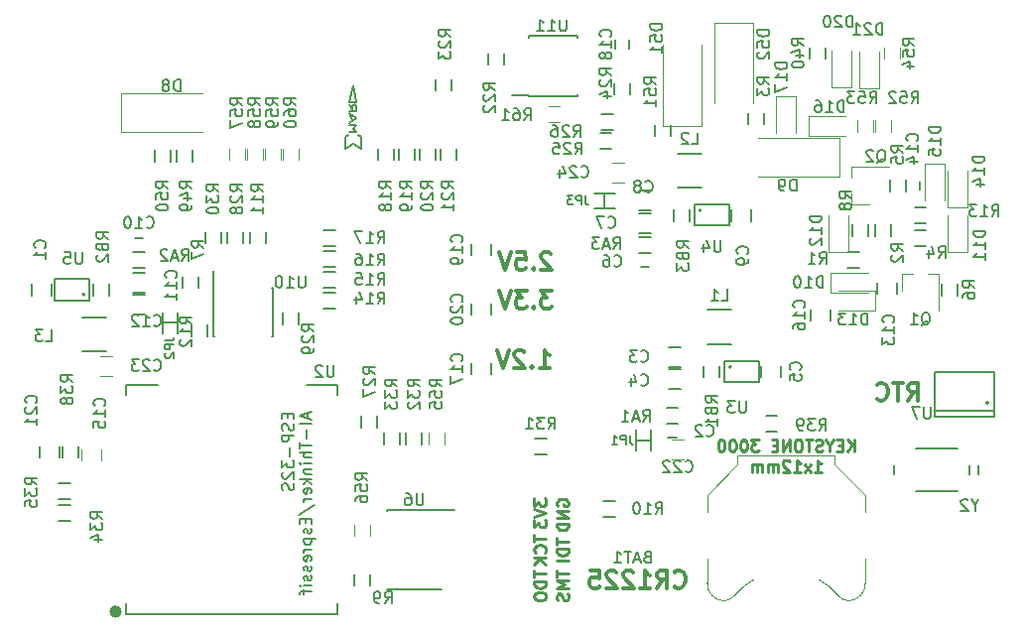
<source format=gbo>
G04 #@! TF.FileFunction,Legend,Bot*
%FSLAX46Y46*%
G04 Gerber Fmt 4.6, Leading zero omitted, Abs format (unit mm)*
G04 Created by KiCad (PCBNEW 4.0.7+dfsg1-1) date Sat Nov 11 23:39:05 2017*
%MOMM*%
%LPD*%
G01*
G04 APERTURE LIST*
%ADD10C,0.100000*%
%ADD11C,0.250000*%
%ADD12C,0.300000*%
%ADD13C,0.150000*%
%ADD14C,0.500000*%
%ADD15C,0.120000*%
%ADD16C,0.152400*%
%ADD17C,0.200000*%
G04 APERTURE END LIST*
D10*
D11*
X170370715Y-98716381D02*
X170370715Y-97716381D01*
X169799286Y-98716381D02*
X170227858Y-98144952D01*
X169799286Y-97716381D02*
X170370715Y-98287810D01*
X169370715Y-98192571D02*
X169037381Y-98192571D01*
X168894524Y-98716381D02*
X169370715Y-98716381D01*
X169370715Y-97716381D01*
X168894524Y-97716381D01*
X168275477Y-98240190D02*
X168275477Y-98716381D01*
X168608810Y-97716381D02*
X168275477Y-98240190D01*
X167942143Y-97716381D01*
X167656429Y-98668762D02*
X167513572Y-98716381D01*
X167275476Y-98716381D01*
X167180238Y-98668762D01*
X167132619Y-98621143D01*
X167085000Y-98525905D01*
X167085000Y-98430667D01*
X167132619Y-98335429D01*
X167180238Y-98287810D01*
X167275476Y-98240190D01*
X167465953Y-98192571D01*
X167561191Y-98144952D01*
X167608810Y-98097333D01*
X167656429Y-98002095D01*
X167656429Y-97906857D01*
X167608810Y-97811619D01*
X167561191Y-97764000D01*
X167465953Y-97716381D01*
X167227857Y-97716381D01*
X167085000Y-97764000D01*
X166799286Y-97716381D02*
X166227857Y-97716381D01*
X166513572Y-98716381D02*
X166513572Y-97716381D01*
X165704048Y-97716381D02*
X165513571Y-97716381D01*
X165418333Y-97764000D01*
X165323095Y-97859238D01*
X165275476Y-98049714D01*
X165275476Y-98383048D01*
X165323095Y-98573524D01*
X165418333Y-98668762D01*
X165513571Y-98716381D01*
X165704048Y-98716381D01*
X165799286Y-98668762D01*
X165894524Y-98573524D01*
X165942143Y-98383048D01*
X165942143Y-98049714D01*
X165894524Y-97859238D01*
X165799286Y-97764000D01*
X165704048Y-97716381D01*
X164846905Y-98716381D02*
X164846905Y-97716381D01*
X164275476Y-98716381D01*
X164275476Y-97716381D01*
X163799286Y-98192571D02*
X163465952Y-98192571D01*
X163323095Y-98716381D02*
X163799286Y-98716381D01*
X163799286Y-97716381D01*
X163323095Y-97716381D01*
X162227857Y-97716381D02*
X161608809Y-97716381D01*
X161942143Y-98097333D01*
X161799285Y-98097333D01*
X161704047Y-98144952D01*
X161656428Y-98192571D01*
X161608809Y-98287810D01*
X161608809Y-98525905D01*
X161656428Y-98621143D01*
X161704047Y-98668762D01*
X161799285Y-98716381D01*
X162085000Y-98716381D01*
X162180238Y-98668762D01*
X162227857Y-98621143D01*
X160989762Y-97716381D02*
X160894523Y-97716381D01*
X160799285Y-97764000D01*
X160751666Y-97811619D01*
X160704047Y-97906857D01*
X160656428Y-98097333D01*
X160656428Y-98335429D01*
X160704047Y-98525905D01*
X160751666Y-98621143D01*
X160799285Y-98668762D01*
X160894523Y-98716381D01*
X160989762Y-98716381D01*
X161085000Y-98668762D01*
X161132619Y-98621143D01*
X161180238Y-98525905D01*
X161227857Y-98335429D01*
X161227857Y-98097333D01*
X161180238Y-97906857D01*
X161132619Y-97811619D01*
X161085000Y-97764000D01*
X160989762Y-97716381D01*
X160037381Y-97716381D02*
X159942142Y-97716381D01*
X159846904Y-97764000D01*
X159799285Y-97811619D01*
X159751666Y-97906857D01*
X159704047Y-98097333D01*
X159704047Y-98335429D01*
X159751666Y-98525905D01*
X159799285Y-98621143D01*
X159846904Y-98668762D01*
X159942142Y-98716381D01*
X160037381Y-98716381D01*
X160132619Y-98668762D01*
X160180238Y-98621143D01*
X160227857Y-98525905D01*
X160275476Y-98335429D01*
X160275476Y-98097333D01*
X160227857Y-97906857D01*
X160180238Y-97811619D01*
X160132619Y-97764000D01*
X160037381Y-97716381D01*
X159085000Y-97716381D02*
X158989761Y-97716381D01*
X158894523Y-97764000D01*
X158846904Y-97811619D01*
X158799285Y-97906857D01*
X158751666Y-98097333D01*
X158751666Y-98335429D01*
X158799285Y-98525905D01*
X158846904Y-98621143D01*
X158894523Y-98668762D01*
X158989761Y-98716381D01*
X159085000Y-98716381D01*
X159180238Y-98668762D01*
X159227857Y-98621143D01*
X159275476Y-98525905D01*
X159323095Y-98335429D01*
X159323095Y-98097333D01*
X159275476Y-97906857D01*
X159227857Y-97811619D01*
X159180238Y-97764000D01*
X159085000Y-97716381D01*
X166989761Y-100466381D02*
X167561190Y-100466381D01*
X167275476Y-100466381D02*
X167275476Y-99466381D01*
X167370714Y-99609238D01*
X167465952Y-99704476D01*
X167561190Y-99752095D01*
X166656428Y-100466381D02*
X166132618Y-99799714D01*
X166656428Y-99799714D02*
X166132618Y-100466381D01*
X165227856Y-100466381D02*
X165799285Y-100466381D01*
X165513571Y-100466381D02*
X165513571Y-99466381D01*
X165608809Y-99609238D01*
X165704047Y-99704476D01*
X165799285Y-99752095D01*
X164846904Y-99561619D02*
X164799285Y-99514000D01*
X164704047Y-99466381D01*
X164465951Y-99466381D01*
X164370713Y-99514000D01*
X164323094Y-99561619D01*
X164275475Y-99656857D01*
X164275475Y-99752095D01*
X164323094Y-99894952D01*
X164894523Y-100466381D01*
X164275475Y-100466381D01*
X163846904Y-100466381D02*
X163846904Y-99799714D01*
X163846904Y-99894952D02*
X163799285Y-99847333D01*
X163704047Y-99799714D01*
X163561189Y-99799714D01*
X163465951Y-99847333D01*
X163418332Y-99942571D01*
X163418332Y-100466381D01*
X163418332Y-99942571D02*
X163370713Y-99847333D01*
X163275475Y-99799714D01*
X163132618Y-99799714D01*
X163037380Y-99847333D01*
X162989761Y-99942571D01*
X162989761Y-100466381D01*
X162513571Y-100466381D02*
X162513571Y-99799714D01*
X162513571Y-99894952D02*
X162465952Y-99847333D01*
X162370714Y-99799714D01*
X162227856Y-99799714D01*
X162132618Y-99847333D01*
X162084999Y-99942571D01*
X162084999Y-100466381D01*
X162084999Y-99942571D02*
X162037380Y-99847333D01*
X161942142Y-99799714D01*
X161799285Y-99799714D01*
X161704047Y-99847333D01*
X161656428Y-99942571D01*
X161656428Y-100466381D01*
D12*
X155027856Y-110215714D02*
X155099285Y-110287143D01*
X155313571Y-110358571D01*
X155456428Y-110358571D01*
X155670713Y-110287143D01*
X155813571Y-110144286D01*
X155884999Y-110001429D01*
X155956428Y-109715714D01*
X155956428Y-109501429D01*
X155884999Y-109215714D01*
X155813571Y-109072857D01*
X155670713Y-108930000D01*
X155456428Y-108858571D01*
X155313571Y-108858571D01*
X155099285Y-108930000D01*
X155027856Y-109001429D01*
X153527856Y-110358571D02*
X154027856Y-109644286D01*
X154384999Y-110358571D02*
X154384999Y-108858571D01*
X153813571Y-108858571D01*
X153670713Y-108930000D01*
X153599285Y-109001429D01*
X153527856Y-109144286D01*
X153527856Y-109358571D01*
X153599285Y-109501429D01*
X153670713Y-109572857D01*
X153813571Y-109644286D01*
X154384999Y-109644286D01*
X152099285Y-110358571D02*
X152956428Y-110358571D01*
X152527856Y-110358571D02*
X152527856Y-108858571D01*
X152670713Y-109072857D01*
X152813571Y-109215714D01*
X152956428Y-109287143D01*
X151527857Y-109001429D02*
X151456428Y-108930000D01*
X151313571Y-108858571D01*
X150956428Y-108858571D01*
X150813571Y-108930000D01*
X150742142Y-109001429D01*
X150670714Y-109144286D01*
X150670714Y-109287143D01*
X150742142Y-109501429D01*
X151599285Y-110358571D01*
X150670714Y-110358571D01*
X150099286Y-109001429D02*
X150027857Y-108930000D01*
X149885000Y-108858571D01*
X149527857Y-108858571D01*
X149385000Y-108930000D01*
X149313571Y-109001429D01*
X149242143Y-109144286D01*
X149242143Y-109287143D01*
X149313571Y-109501429D01*
X150170714Y-110358571D01*
X149242143Y-110358571D01*
X147885000Y-108858571D02*
X148599286Y-108858571D01*
X148670715Y-109572857D01*
X148599286Y-109501429D01*
X148456429Y-109430000D01*
X148099286Y-109430000D01*
X147956429Y-109501429D01*
X147885000Y-109572857D01*
X147813572Y-109715714D01*
X147813572Y-110072857D01*
X147885000Y-110215714D01*
X147956429Y-110287143D01*
X148099286Y-110358571D01*
X148456429Y-110358571D01*
X148599286Y-110287143D01*
X148670715Y-110215714D01*
X144502857Y-81823429D02*
X144431428Y-81752000D01*
X144288571Y-81680571D01*
X143931428Y-81680571D01*
X143788571Y-81752000D01*
X143717142Y-81823429D01*
X143645714Y-81966286D01*
X143645714Y-82109143D01*
X143717142Y-82323429D01*
X144574285Y-83180571D01*
X143645714Y-83180571D01*
X143002857Y-83037714D02*
X142931429Y-83109143D01*
X143002857Y-83180571D01*
X143074286Y-83109143D01*
X143002857Y-83037714D01*
X143002857Y-83180571D01*
X141574285Y-81680571D02*
X142288571Y-81680571D01*
X142360000Y-82394857D01*
X142288571Y-82323429D01*
X142145714Y-82252000D01*
X141788571Y-82252000D01*
X141645714Y-82323429D01*
X141574285Y-82394857D01*
X141502857Y-82537714D01*
X141502857Y-82894857D01*
X141574285Y-83037714D01*
X141645714Y-83109143D01*
X141788571Y-83180571D01*
X142145714Y-83180571D01*
X142288571Y-83109143D01*
X142360000Y-83037714D01*
X141074286Y-81680571D02*
X140574286Y-83180571D01*
X140074286Y-81680571D01*
X144574285Y-84982571D02*
X143645714Y-84982571D01*
X144145714Y-85554000D01*
X143931428Y-85554000D01*
X143788571Y-85625429D01*
X143717142Y-85696857D01*
X143645714Y-85839714D01*
X143645714Y-86196857D01*
X143717142Y-86339714D01*
X143788571Y-86411143D01*
X143931428Y-86482571D01*
X144360000Y-86482571D01*
X144502857Y-86411143D01*
X144574285Y-86339714D01*
X143002857Y-86339714D02*
X142931429Y-86411143D01*
X143002857Y-86482571D01*
X143074286Y-86411143D01*
X143002857Y-86339714D01*
X143002857Y-86482571D01*
X142431428Y-84982571D02*
X141502857Y-84982571D01*
X142002857Y-85554000D01*
X141788571Y-85554000D01*
X141645714Y-85625429D01*
X141574285Y-85696857D01*
X141502857Y-85839714D01*
X141502857Y-86196857D01*
X141574285Y-86339714D01*
X141645714Y-86411143D01*
X141788571Y-86482571D01*
X142217143Y-86482571D01*
X142360000Y-86411143D01*
X142431428Y-86339714D01*
X141074286Y-84982571D02*
X140574286Y-86482571D01*
X140074286Y-84982571D01*
X143518714Y-91562571D02*
X144375857Y-91562571D01*
X143947285Y-91562571D02*
X143947285Y-90062571D01*
X144090142Y-90276857D01*
X144233000Y-90419714D01*
X144375857Y-90491143D01*
X142875857Y-91419714D02*
X142804429Y-91491143D01*
X142875857Y-91562571D01*
X142947286Y-91491143D01*
X142875857Y-91419714D01*
X142875857Y-91562571D01*
X142233000Y-90205429D02*
X142161571Y-90134000D01*
X142018714Y-90062571D01*
X141661571Y-90062571D01*
X141518714Y-90134000D01*
X141447285Y-90205429D01*
X141375857Y-90348286D01*
X141375857Y-90491143D01*
X141447285Y-90705429D01*
X142304428Y-91562571D01*
X141375857Y-91562571D01*
X140947286Y-90062571D02*
X140447286Y-91562571D01*
X139947286Y-90062571D01*
D11*
X143082381Y-105854286D02*
X143082381Y-106425715D01*
X144082381Y-106140000D02*
X143082381Y-106140000D01*
X143987143Y-107330477D02*
X144034762Y-107282858D01*
X144082381Y-107140001D01*
X144082381Y-107044763D01*
X144034762Y-106901905D01*
X143939524Y-106806667D01*
X143844286Y-106759048D01*
X143653810Y-106711429D01*
X143510952Y-106711429D01*
X143320476Y-106759048D01*
X143225238Y-106806667D01*
X143130000Y-106901905D01*
X143082381Y-107044763D01*
X143082381Y-107140001D01*
X143130000Y-107282858D01*
X143177619Y-107330477D01*
X144082381Y-107759048D02*
X143082381Y-107759048D01*
X144082381Y-108330477D02*
X143510952Y-107901905D01*
X143082381Y-108330477D02*
X143653810Y-107759048D01*
X143082381Y-102726905D02*
X143082381Y-103345953D01*
X143463333Y-103012619D01*
X143463333Y-103155477D01*
X143510952Y-103250715D01*
X143558571Y-103298334D01*
X143653810Y-103345953D01*
X143891905Y-103345953D01*
X143987143Y-103298334D01*
X144034762Y-103250715D01*
X144082381Y-103155477D01*
X144082381Y-102869762D01*
X144034762Y-102774524D01*
X143987143Y-102726905D01*
X143082381Y-103631667D02*
X144082381Y-103965000D01*
X143082381Y-104298334D01*
X143082381Y-104536429D02*
X143082381Y-105155477D01*
X143463333Y-104822143D01*
X143463333Y-104965001D01*
X143510952Y-105060239D01*
X143558571Y-105107858D01*
X143653810Y-105155477D01*
X143891905Y-105155477D01*
X143987143Y-105107858D01*
X144034762Y-105060239D01*
X144082381Y-104965001D01*
X144082381Y-104679286D01*
X144034762Y-104584048D01*
X143987143Y-104536429D01*
X143082381Y-108878476D02*
X143082381Y-109449905D01*
X144082381Y-109164190D02*
X143082381Y-109164190D01*
X144082381Y-109783238D02*
X143082381Y-109783238D01*
X143082381Y-110021333D01*
X143130000Y-110164191D01*
X143225238Y-110259429D01*
X143320476Y-110307048D01*
X143510952Y-110354667D01*
X143653810Y-110354667D01*
X143844286Y-110307048D01*
X143939524Y-110259429D01*
X144034762Y-110164191D01*
X144082381Y-110021333D01*
X144082381Y-109783238D01*
X143082381Y-110973714D02*
X143082381Y-111164191D01*
X143130000Y-111259429D01*
X143225238Y-111354667D01*
X143415714Y-111402286D01*
X143749048Y-111402286D01*
X143939524Y-111354667D01*
X144034762Y-111259429D01*
X144082381Y-111164191D01*
X144082381Y-110973714D01*
X144034762Y-110878476D01*
X143939524Y-110783238D01*
X143749048Y-110735619D01*
X143415714Y-110735619D01*
X143225238Y-110783238D01*
X143130000Y-110878476D01*
X143082381Y-110973714D01*
X145035000Y-103330096D02*
X144987381Y-103234858D01*
X144987381Y-103092001D01*
X145035000Y-102949143D01*
X145130238Y-102853905D01*
X145225476Y-102806286D01*
X145415952Y-102758667D01*
X145558810Y-102758667D01*
X145749286Y-102806286D01*
X145844524Y-102853905D01*
X145939762Y-102949143D01*
X145987381Y-103092001D01*
X145987381Y-103187239D01*
X145939762Y-103330096D01*
X145892143Y-103377715D01*
X145558810Y-103377715D01*
X145558810Y-103187239D01*
X145987381Y-103806286D02*
X144987381Y-103806286D01*
X145987381Y-104377715D01*
X144987381Y-104377715D01*
X145987381Y-104853905D02*
X144987381Y-104853905D01*
X144987381Y-105092000D01*
X145035000Y-105234858D01*
X145130238Y-105330096D01*
X145225476Y-105377715D01*
X145415952Y-105425334D01*
X145558810Y-105425334D01*
X145749286Y-105377715D01*
X145844524Y-105330096D01*
X145939762Y-105234858D01*
X145987381Y-105092000D01*
X145987381Y-104853905D01*
X144987381Y-106116191D02*
X144987381Y-106687620D01*
X145987381Y-106401905D02*
X144987381Y-106401905D01*
X145987381Y-107020953D02*
X144987381Y-107020953D01*
X144987381Y-107259048D01*
X145035000Y-107401906D01*
X145130238Y-107497144D01*
X145225476Y-107544763D01*
X145415952Y-107592382D01*
X145558810Y-107592382D01*
X145749286Y-107544763D01*
X145844524Y-107497144D01*
X145939762Y-107401906D01*
X145987381Y-107259048D01*
X145987381Y-107020953D01*
X145987381Y-108020953D02*
X144987381Y-108020953D01*
X144987381Y-108854667D02*
X144987381Y-109426096D01*
X145987381Y-109140381D02*
X144987381Y-109140381D01*
X145987381Y-109759429D02*
X144987381Y-109759429D01*
X145701667Y-110092763D01*
X144987381Y-110426096D01*
X145987381Y-110426096D01*
X145939762Y-110854667D02*
X145987381Y-110997524D01*
X145987381Y-111235620D01*
X145939762Y-111330858D01*
X145892143Y-111378477D01*
X145796905Y-111426096D01*
X145701667Y-111426096D01*
X145606429Y-111378477D01*
X145558810Y-111330858D01*
X145511190Y-111235620D01*
X145463571Y-111045143D01*
X145415952Y-110949905D01*
X145368333Y-110902286D01*
X145273095Y-110854667D01*
X145177857Y-110854667D01*
X145082619Y-110902286D01*
X145035000Y-110949905D01*
X144987381Y-111045143D01*
X144987381Y-111283239D01*
X145035000Y-111426096D01*
D12*
X174967142Y-94356571D02*
X175467142Y-93642286D01*
X175824285Y-94356571D02*
X175824285Y-92856571D01*
X175252857Y-92856571D01*
X175109999Y-92928000D01*
X175038571Y-92999429D01*
X174967142Y-93142286D01*
X174967142Y-93356571D01*
X175038571Y-93499429D01*
X175109999Y-93570857D01*
X175252857Y-93642286D01*
X175824285Y-93642286D01*
X174538571Y-92856571D02*
X173681428Y-92856571D01*
X174109999Y-94356571D02*
X174109999Y-92856571D01*
X172324285Y-94213714D02*
X172395714Y-94285143D01*
X172610000Y-94356571D01*
X172752857Y-94356571D01*
X172967142Y-94285143D01*
X173110000Y-94142286D01*
X173181428Y-93999429D01*
X173252857Y-93713714D01*
X173252857Y-93499429D01*
X173181428Y-93213714D01*
X173110000Y-93070857D01*
X172967142Y-92928000D01*
X172752857Y-92856571D01*
X172610000Y-92856571D01*
X172395714Y-92928000D01*
X172324285Y-92999429D01*
D13*
X102823000Y-98258000D02*
X102823000Y-99258000D01*
X104173000Y-99258000D02*
X104173000Y-98258000D01*
X151758000Y-97742000D02*
X153028000Y-97742000D01*
X153028000Y-96853000D02*
X153028000Y-98631000D01*
X151758000Y-96853000D02*
X151758000Y-98631000D01*
X108232500Y-112562000D02*
X108232500Y-111673000D01*
X126266500Y-112562000D02*
X108232500Y-112562000D01*
X126266500Y-111673000D02*
X126266500Y-112562000D01*
X126266500Y-93004000D02*
X126266500Y-93893000D01*
X123663000Y-93004000D02*
X126266500Y-93004000D01*
X108232500Y-93004000D02*
X110963000Y-93004000D01*
X108232500Y-93893000D02*
X108232500Y-93004000D01*
D14*
X107638415Y-112384338D02*
G75*
G03X107638415Y-112384338I-283981J0D01*
G01*
D15*
X157345000Y-70900000D02*
X154045000Y-70900000D01*
X154045000Y-70900000D02*
X154045000Y-64000000D01*
X157345000Y-70900000D02*
X157345000Y-64000000D01*
D13*
X153369000Y-70826000D02*
X153369000Y-71826000D01*
X154719000Y-71826000D02*
X154719000Y-70826000D01*
X157870000Y-89565000D02*
X159870000Y-89565000D01*
X159870000Y-86615000D02*
X157870000Y-86615000D01*
X159886803Y-91500000D02*
G75*
G03X159886803Y-91500000I-111803J0D01*
G01*
X159275000Y-92800000D02*
X162275000Y-92800000D01*
X162275000Y-92800000D02*
X162275000Y-91000000D01*
X162275000Y-91000000D02*
X159275000Y-91000000D01*
X159275000Y-91000000D02*
X159275000Y-92800000D01*
X155330000Y-76230000D02*
X157330000Y-76230000D01*
X157330000Y-73280000D02*
X155330000Y-73280000D01*
X157346803Y-78135000D02*
G75*
G03X157346803Y-78135000I-111803J0D01*
G01*
X156735000Y-79435000D02*
X159735000Y-79435000D01*
X159735000Y-79435000D02*
X159735000Y-77635000D01*
X159735000Y-77635000D02*
X156735000Y-77635000D01*
X156735000Y-77635000D02*
X156735000Y-79435000D01*
X106530000Y-87250000D02*
X104530000Y-87250000D01*
X104530000Y-90200000D02*
X106530000Y-90200000D01*
X104736803Y-85315000D02*
G75*
G03X104736803Y-85315000I-111803J0D01*
G01*
X105125000Y-84015000D02*
X102125000Y-84015000D01*
X102125000Y-84015000D02*
X102125000Y-85815000D01*
X102125000Y-85815000D02*
X105125000Y-85815000D01*
X105125000Y-85815000D02*
X105125000Y-84015000D01*
X100235000Y-85415000D02*
X100235000Y-84415000D01*
X101935000Y-84415000D02*
X101935000Y-85415000D01*
X155560000Y-91480000D02*
X154560000Y-91480000D01*
X154560000Y-89780000D02*
X155560000Y-89780000D01*
X155560000Y-93385000D02*
X154560000Y-93385000D01*
X154560000Y-91685000D02*
X155560000Y-91685000D01*
X164165000Y-91400000D02*
X164165000Y-92400000D01*
X162465000Y-92400000D02*
X162465000Y-91400000D01*
X153020000Y-80050000D02*
X152020000Y-80050000D01*
X152020000Y-78350000D02*
X153020000Y-78350000D01*
X153020000Y-78145000D02*
X152020000Y-78145000D01*
X152020000Y-76445000D02*
X153020000Y-76445000D01*
X161625000Y-78065000D02*
X161625000Y-79065000D01*
X159925000Y-79065000D02*
X159925000Y-78065000D01*
X108840000Y-83430000D02*
X109840000Y-83430000D01*
X109840000Y-85130000D02*
X108840000Y-85130000D01*
X108840000Y-85335000D02*
X109840000Y-85335000D01*
X109840000Y-87035000D02*
X108840000Y-87035000D01*
X181857000Y-94567000D02*
G75*
G03X181857000Y-94567000I-127000J0D01*
G01*
X182365000Y-95202000D02*
X177285000Y-95202000D01*
X182365000Y-91900000D02*
X177285000Y-91900000D01*
X182365000Y-95710000D02*
X177285000Y-95710000D01*
X182365000Y-95710000D02*
X182365000Y-91900000D01*
X177285000Y-95710000D02*
X177285000Y-91900000D01*
X174071000Y-84288000D02*
X174071000Y-85288000D01*
X172371000Y-85288000D02*
X172371000Y-84288000D01*
D15*
X174435000Y-83520000D02*
X175365000Y-83520000D01*
X177595000Y-83520000D02*
X176665000Y-83520000D01*
X177595000Y-83520000D02*
X177595000Y-86680000D01*
X174435000Y-83520000D02*
X174435000Y-84980000D01*
X170175000Y-77605000D02*
X170175000Y-76675000D01*
X170175000Y-74445000D02*
X170175000Y-75375000D01*
X170175000Y-74445000D02*
X173335000Y-74445000D01*
X170175000Y-77605000D02*
X171635000Y-77605000D01*
D13*
X154510000Y-97510000D02*
X155210000Y-97510000D01*
X155210000Y-96310000D02*
X154510000Y-96310000D01*
X152170000Y-82975000D02*
X152870000Y-82975000D01*
X152870000Y-81775000D02*
X152170000Y-81775000D01*
X109690000Y-80505000D02*
X108990000Y-80505000D01*
X108990000Y-81705000D02*
X109690000Y-81705000D01*
X174780000Y-75675000D02*
X174780000Y-76375000D01*
X175980000Y-76375000D02*
X175980000Y-75675000D01*
X170800000Y-81700000D02*
X169800000Y-81700000D01*
X169800000Y-83050000D02*
X170800000Y-83050000D01*
X172165000Y-79335000D02*
X172165000Y-80335000D01*
X173515000Y-80335000D02*
X173515000Y-79335000D01*
X175515000Y-81145000D02*
X176515000Y-81145000D01*
X176515000Y-79795000D02*
X175515000Y-79795000D01*
X174785000Y-76525000D02*
X174785000Y-75525000D01*
X173435000Y-75525000D02*
X173435000Y-76525000D01*
X179230000Y-85415000D02*
X179230000Y-84415000D01*
X177880000Y-84415000D02*
X177880000Y-85415000D01*
X114460000Y-84780000D02*
X114460000Y-83780000D01*
X113110000Y-83780000D02*
X113110000Y-84780000D01*
X170260000Y-79335000D02*
X170260000Y-80335000D01*
X171610000Y-80335000D02*
X171610000Y-79335000D01*
X129065000Y-110180000D02*
X129065000Y-109180000D01*
X127715000Y-109180000D02*
X127715000Y-110180000D01*
X148972000Y-104259000D02*
X149972000Y-104259000D01*
X149972000Y-102909000D02*
X148972000Y-102909000D01*
X175515000Y-79240000D02*
X176515000Y-79240000D01*
X176515000Y-77890000D02*
X175515000Y-77890000D01*
X155360000Y-94965000D02*
X154360000Y-94965000D01*
X154360000Y-96315000D02*
X155360000Y-96315000D01*
X108840000Y-83050000D02*
X109840000Y-83050000D01*
X109840000Y-81700000D02*
X108840000Y-81700000D01*
X153020000Y-80430000D02*
X152020000Y-80430000D01*
X152020000Y-81780000D02*
X153020000Y-81780000D01*
X158910000Y-92400000D02*
X158910000Y-91400000D01*
X157560000Y-91400000D02*
X157560000Y-92400000D01*
X105490000Y-84415000D02*
X105490000Y-85415000D01*
X106840000Y-85415000D02*
X106840000Y-84415000D01*
X156370000Y-79065000D02*
X156370000Y-78065000D01*
X155020000Y-78065000D02*
X155020000Y-79065000D01*
X125096000Y-86479000D02*
X126096000Y-86479000D01*
X126096000Y-85129000D02*
X125096000Y-85129000D01*
X125096000Y-84701000D02*
X126096000Y-84701000D01*
X126096000Y-83351000D02*
X125096000Y-83351000D01*
X125096000Y-82923000D02*
X126096000Y-82923000D01*
X126096000Y-81573000D02*
X125096000Y-81573000D01*
X125096000Y-81145000D02*
X126096000Y-81145000D01*
X126096000Y-79795000D02*
X125096000Y-79795000D01*
X129747000Y-72858000D02*
X129747000Y-73858000D01*
X131097000Y-73858000D02*
X131097000Y-72858000D01*
X131525000Y-72858000D02*
X131525000Y-73858000D01*
X132875000Y-73858000D02*
X132875000Y-72858000D01*
X133303000Y-72858000D02*
X133303000Y-73858000D01*
X134653000Y-73858000D02*
X134653000Y-72858000D01*
X135081000Y-72858000D02*
X135081000Y-73858000D01*
X136431000Y-73858000D02*
X136431000Y-72858000D01*
X115655000Y-84745000D02*
X115705000Y-84745000D01*
X115655000Y-88895000D02*
X115800000Y-88895000D01*
X120805000Y-88895000D02*
X120660000Y-88895000D01*
X120805000Y-84745000D02*
X120660000Y-84745000D01*
X115655000Y-84745000D02*
X115655000Y-88895000D01*
X120805000Y-84745000D02*
X120805000Y-88895000D01*
X115705000Y-84745000D02*
X115705000Y-83345000D01*
X151189600Y-64310000D02*
X151189600Y-63610000D01*
X149989600Y-63610000D02*
X149989600Y-64310000D01*
X142605000Y-68375000D02*
X142605000Y-68325000D01*
X146755000Y-68375000D02*
X146755000Y-68230000D01*
X146755000Y-63225000D02*
X146755000Y-63370000D01*
X142605000Y-63225000D02*
X142605000Y-63370000D01*
X142605000Y-68375000D02*
X146755000Y-68375000D01*
X142605000Y-63225000D02*
X146755000Y-63225000D01*
X142605000Y-68325000D02*
X141205000Y-68325000D01*
X161370000Y-69810000D02*
X161370000Y-70810000D01*
X162720000Y-70810000D02*
X162720000Y-69810000D01*
X139145000Y-64730000D02*
X139145000Y-65730000D01*
X140495000Y-65730000D02*
X140495000Y-64730000D01*
X134700000Y-66932000D02*
X134700000Y-67932000D01*
X136050000Y-67932000D02*
X136050000Y-66932000D01*
X149940000Y-67270000D02*
X149940000Y-68270000D01*
X151290000Y-68270000D02*
X151290000Y-67270000D01*
X148675000Y-72890000D02*
X149675000Y-72890000D01*
X149675000Y-71540000D02*
X148675000Y-71540000D01*
X148780000Y-71275000D02*
X149780000Y-71275000D01*
X149780000Y-69925000D02*
X148780000Y-69925000D01*
X130510000Y-103690000D02*
X130510000Y-103790000D01*
X130510000Y-110515000D02*
X130510000Y-110490000D01*
X135160000Y-110515000D02*
X135160000Y-110490000D01*
X136235000Y-103690000D02*
X130510000Y-103690000D01*
X135160000Y-110515000D02*
X130510000Y-110515000D01*
X120175000Y-80970000D02*
X120175000Y-79970000D01*
X118825000Y-79970000D02*
X118825000Y-80970000D01*
X113805000Y-87900000D02*
X113805000Y-88900000D01*
X115155000Y-88900000D02*
X115155000Y-87900000D01*
X128350000Y-95675000D02*
X128350000Y-96675000D01*
X129700000Y-96675000D02*
X129700000Y-95675000D01*
X118270000Y-80970000D02*
X118270000Y-79970000D01*
X116920000Y-79970000D02*
X116920000Y-80970000D01*
X122955000Y-87900000D02*
X122955000Y-86900000D01*
X121605000Y-86900000D02*
X121605000Y-87900000D01*
X116365000Y-80970000D02*
X116365000Y-79970000D01*
X115015000Y-79970000D02*
X115015000Y-80970000D01*
X143130000Y-98925000D02*
X144130000Y-98925000D01*
X144130000Y-97575000D02*
X143130000Y-97575000D01*
X132160000Y-97115000D02*
X132160000Y-98115000D01*
X133510000Y-98115000D02*
X133510000Y-97115000D01*
X130255000Y-97115000D02*
X130255000Y-98115000D01*
X131605000Y-98115000D02*
X131605000Y-97115000D01*
X103490000Y-103290000D02*
X102490000Y-103290000D01*
X102490000Y-104640000D02*
X103490000Y-104640000D01*
X102490000Y-102735000D02*
X103490000Y-102735000D01*
X103490000Y-101385000D02*
X102490000Y-101385000D01*
X168356000Y-86574000D02*
X168356000Y-87574000D01*
X166656000Y-87574000D02*
X166656000Y-86574000D01*
X162815000Y-97020000D02*
X163815000Y-97020000D01*
X163815000Y-95670000D02*
X162815000Y-95670000D01*
X166577000Y-64222000D02*
X166577000Y-65222000D01*
X167927000Y-65222000D02*
X167927000Y-64222000D01*
X137700000Y-92146000D02*
X137700000Y-91146000D01*
X139400000Y-91146000D02*
X139400000Y-92146000D01*
X139400000Y-80986000D02*
X139400000Y-81986000D01*
X137700000Y-81986000D02*
X137700000Y-80986000D01*
X137700000Y-87066000D02*
X137700000Y-86066000D01*
X139400000Y-86066000D02*
X139400000Y-87066000D01*
X100870000Y-99258000D02*
X100870000Y-98258000D01*
X102570000Y-98258000D02*
X102570000Y-99258000D01*
X112602000Y-72985000D02*
X112602000Y-73985000D01*
X113952000Y-73985000D02*
X113952000Y-72985000D01*
X110697000Y-72985000D02*
X110697000Y-73985000D01*
X112047000Y-73985000D02*
X112047000Y-72985000D01*
D15*
X172160000Y-70445000D02*
X172160000Y-71445000D01*
X173520000Y-71445000D02*
X173520000Y-70445000D01*
X170636000Y-70445000D02*
X170636000Y-71445000D01*
X171996000Y-71445000D02*
X171996000Y-70445000D01*
D13*
X173812000Y-99882000D02*
X173812000Y-100682000D01*
X179212000Y-98482000D02*
X175612000Y-98482000D01*
X179212000Y-102082000D02*
X175612000Y-102082000D01*
X180212000Y-99882000D02*
X180212000Y-100682000D01*
X181012000Y-99882000D02*
X181012000Y-100682000D01*
D15*
X106126000Y-98512000D02*
X106126000Y-99512000D01*
X104426000Y-99512000D02*
X104426000Y-98512000D01*
X107861000Y-71452000D02*
X107861000Y-68152000D01*
X107861000Y-68152000D02*
X114761000Y-68152000D01*
X107861000Y-71452000D02*
X114761000Y-71452000D01*
X169112000Y-71962000D02*
X169112000Y-75262000D01*
X169112000Y-75262000D02*
X162212000Y-75262000D01*
X169112000Y-71962000D02*
X162212000Y-71962000D01*
X158490000Y-62100000D02*
X161790000Y-62100000D01*
X161790000Y-62100000D02*
X161790000Y-69000000D01*
X158490000Y-62100000D02*
X158490000Y-69000000D01*
X155814000Y-99354000D02*
X154814000Y-99354000D01*
X154814000Y-97654000D02*
X155814000Y-97654000D01*
X106046000Y-90542000D02*
X107046000Y-90542000D01*
X107046000Y-92242000D02*
X106046000Y-92242000D01*
X149734000Y-74032000D02*
X150734000Y-74032000D01*
X150734000Y-75732000D02*
X149734000Y-75732000D01*
X172922000Y-64222000D02*
X172922000Y-65222000D01*
X174282000Y-65222000D02*
X174282000Y-64222000D01*
X135420000Y-98115000D02*
X135420000Y-97115000D01*
X134060000Y-97115000D02*
X134060000Y-98115000D01*
D13*
X126928000Y-71869000D02*
X127228000Y-71669000D01*
X128328000Y-71869000D02*
X128028000Y-71669000D01*
X126928000Y-72869000D02*
X126928000Y-71869000D01*
X127628000Y-72469000D02*
X126928000Y-72869000D01*
X128328000Y-72869000D02*
X127628000Y-72469000D01*
X128328000Y-71869000D02*
X128328000Y-72869000D01*
X127628000Y-67469000D02*
X127328000Y-68869000D01*
X127928000Y-68869000D02*
X127628000Y-67469000D01*
X127328000Y-68869000D02*
X127928000Y-68869000D01*
X127328000Y-69069000D02*
X127528000Y-69569000D01*
X127528000Y-69269000D02*
X127528000Y-69669000D01*
X127728000Y-69069000D02*
X127528000Y-69269000D01*
X127928000Y-69269000D02*
X127728000Y-69069000D01*
X127928000Y-69669000D02*
X127928000Y-69269000D01*
X127328000Y-69669000D02*
X127928000Y-69669000D01*
X127328000Y-69869000D02*
X127528000Y-70469000D01*
X127928000Y-70269000D02*
X127328000Y-69869000D01*
X127328000Y-70669000D02*
X127928000Y-70269000D01*
X127928000Y-70869000D02*
X127328000Y-70869000D01*
X127628000Y-71169000D02*
X127928000Y-70869000D01*
X127928000Y-71469000D02*
X127628000Y-71169000D01*
X127328000Y-71469000D02*
X127928000Y-71469000D01*
D15*
X160091264Y-111074552D02*
G75*
G02X161785000Y-109670000I4493736J-3695448D01*
G01*
X167317553Y-109624793D02*
G75*
G02X169085000Y-111070000I-2732553J-5145207D01*
G01*
X159170385Y-111454160D02*
G75*
G03X160085000Y-111070000I124615J984160D01*
G01*
X169999615Y-111454160D02*
G75*
G02X169085000Y-111070000I-124615J984160D01*
G01*
X157835000Y-109920000D02*
G75*
G03X159285000Y-111470000I1500000J-50000D01*
G01*
X171335000Y-109920000D02*
G75*
G02X169885000Y-111470000I-1500000J-50000D01*
G01*
X157835000Y-107870000D02*
X157835000Y-109970000D01*
X171335000Y-107870000D02*
X171335000Y-109970000D01*
X171335000Y-103870000D02*
X171335000Y-102420000D01*
X171335000Y-102420000D02*
X168735000Y-99820000D01*
X168735000Y-99820000D02*
X168735000Y-99020000D01*
X168735000Y-99020000D02*
X160435000Y-99020000D01*
X160435000Y-99020000D02*
X160435000Y-99820000D01*
X160435000Y-99820000D02*
X157835000Y-102420000D01*
X157835000Y-102420000D02*
X157835000Y-103870000D01*
X170134000Y-67638000D02*
X168434000Y-67638000D01*
X168434000Y-67638000D02*
X168434000Y-64488000D01*
X170134000Y-67638000D02*
X170134000Y-64488000D01*
X172547000Y-67731000D02*
X170847000Y-67731000D01*
X170847000Y-67731000D02*
X170847000Y-64581000D01*
X172547000Y-67731000D02*
X172547000Y-64581000D01*
X168400000Y-85130000D02*
X168400000Y-83430000D01*
X168400000Y-83430000D02*
X171550000Y-83430000D01*
X168400000Y-85130000D02*
X171550000Y-85130000D01*
X180040000Y-81735000D02*
X178340000Y-81735000D01*
X178340000Y-81735000D02*
X178340000Y-78585000D01*
X180040000Y-81735000D02*
X180040000Y-78585000D01*
X169880000Y-81735000D02*
X168180000Y-81735000D01*
X168180000Y-81735000D02*
X168180000Y-78585000D01*
X169880000Y-81735000D02*
X169880000Y-78585000D01*
X172200000Y-84954000D02*
X172200000Y-86654000D01*
X172200000Y-86654000D02*
X169050000Y-86654000D01*
X172200000Y-84954000D02*
X169050000Y-84954000D01*
X180040000Y-77925000D02*
X178340000Y-77925000D01*
X178340000Y-77925000D02*
X178340000Y-74775000D01*
X180040000Y-77925000D02*
X180040000Y-74775000D01*
X176435000Y-74125000D02*
X178135000Y-74125000D01*
X178135000Y-74125000D02*
X178135000Y-77275000D01*
X176435000Y-74125000D02*
X176435000Y-77275000D01*
X166495000Y-71795000D02*
X166495000Y-70095000D01*
X166495000Y-70095000D02*
X169645000Y-70095000D01*
X166495000Y-71795000D02*
X169645000Y-71795000D01*
X163735000Y-68410000D02*
X165435000Y-68410000D01*
X165435000Y-68410000D02*
X165435000Y-71560000D01*
X163735000Y-68410000D02*
X163735000Y-71560000D01*
D13*
X111372000Y-87709000D02*
X112642000Y-87709000D01*
X112642000Y-86820000D02*
X112642000Y-88598000D01*
X111372000Y-86820000D02*
X111372000Y-88598000D01*
X149091000Y-76660000D02*
X149091000Y-77930000D01*
X149980000Y-77930000D02*
X148202000Y-77930000D01*
X149980000Y-76660000D02*
X148202000Y-76660000D01*
D15*
X127710000Y-104946000D02*
X127710000Y-105946000D01*
X129070000Y-105946000D02*
X129070000Y-104946000D01*
X117042000Y-72858000D02*
X117042000Y-73858000D01*
X118402000Y-73858000D02*
X118402000Y-72858000D01*
X118566000Y-72858000D02*
X118566000Y-73858000D01*
X119926000Y-73858000D02*
X119926000Y-72858000D01*
X120090000Y-72858000D02*
X120090000Y-73858000D01*
X121450000Y-73858000D02*
X121450000Y-72858000D01*
X121614000Y-72858000D02*
X121614000Y-73858000D01*
X122974000Y-73858000D02*
X122974000Y-72858000D01*
X144280000Y-70580000D02*
X145280000Y-70580000D01*
X145280000Y-69220000D02*
X144280000Y-69220000D01*
D13*
X103696381Y-92781143D02*
X103220190Y-92447809D01*
X103696381Y-92209714D02*
X102696381Y-92209714D01*
X102696381Y-92590667D01*
X102744000Y-92685905D01*
X102791619Y-92733524D01*
X102886857Y-92781143D01*
X103029714Y-92781143D01*
X103124952Y-92733524D01*
X103172571Y-92685905D01*
X103220190Y-92590667D01*
X103220190Y-92209714D01*
X102696381Y-93114476D02*
X102696381Y-93733524D01*
X103077333Y-93400190D01*
X103077333Y-93543048D01*
X103124952Y-93638286D01*
X103172571Y-93685905D01*
X103267810Y-93733524D01*
X103505905Y-93733524D01*
X103601143Y-93685905D01*
X103648762Y-93638286D01*
X103696381Y-93543048D01*
X103696381Y-93257333D01*
X103648762Y-93162095D01*
X103601143Y-93114476D01*
X103124952Y-94304952D02*
X103077333Y-94209714D01*
X103029714Y-94162095D01*
X102934476Y-94114476D01*
X102886857Y-94114476D01*
X102791619Y-94162095D01*
X102744000Y-94209714D01*
X102696381Y-94304952D01*
X102696381Y-94495429D01*
X102744000Y-94590667D01*
X102791619Y-94638286D01*
X102886857Y-94685905D01*
X102934476Y-94685905D01*
X103029714Y-94638286D01*
X103077333Y-94590667D01*
X103124952Y-94495429D01*
X103124952Y-94304952D01*
X103172571Y-94209714D01*
X103220190Y-94162095D01*
X103315429Y-94114476D01*
X103505905Y-94114476D01*
X103601143Y-94162095D01*
X103648762Y-94209714D01*
X103696381Y-94304952D01*
X103696381Y-94495429D01*
X103648762Y-94590667D01*
X103601143Y-94638286D01*
X103505905Y-94685905D01*
X103315429Y-94685905D01*
X103220190Y-94638286D01*
X103172571Y-94590667D01*
X103124952Y-94495429D01*
D16*
X151249999Y-97324714D02*
X151249999Y-97869000D01*
X151286285Y-97977857D01*
X151358856Y-98050429D01*
X151467713Y-98086714D01*
X151540285Y-98086714D01*
X150887142Y-98086714D02*
X150887142Y-97324714D01*
X150596857Y-97324714D01*
X150524285Y-97361000D01*
X150488000Y-97397286D01*
X150451714Y-97469857D01*
X150451714Y-97578714D01*
X150488000Y-97651286D01*
X150524285Y-97687571D01*
X150596857Y-97723857D01*
X150887142Y-97723857D01*
X149726000Y-98086714D02*
X150161428Y-98086714D01*
X149943714Y-98086714D02*
X149943714Y-97324714D01*
X150016285Y-97433571D01*
X150088857Y-97506143D01*
X150161428Y-97542429D01*
D13*
X125976905Y-91352381D02*
X125976905Y-92161905D01*
X125929286Y-92257143D01*
X125881667Y-92304762D01*
X125786429Y-92352381D01*
X125595952Y-92352381D01*
X125500714Y-92304762D01*
X125453095Y-92257143D01*
X125405476Y-92161905D01*
X125405476Y-91352381D01*
X124976905Y-91447619D02*
X124929286Y-91400000D01*
X124834048Y-91352381D01*
X124595952Y-91352381D01*
X124500714Y-91400000D01*
X124453095Y-91447619D01*
X124405476Y-91542857D01*
X124405476Y-91638095D01*
X124453095Y-91780952D01*
X125024524Y-92352381D01*
X124405476Y-92352381D01*
X123779667Y-95446333D02*
X123779667Y-95922524D01*
X124065381Y-95351095D02*
X123065381Y-95684428D01*
X124065381Y-96017762D01*
X124065381Y-96351095D02*
X123065381Y-96351095D01*
X123684429Y-96827285D02*
X123684429Y-97589190D01*
X123065381Y-97922523D02*
X123065381Y-98493952D01*
X124065381Y-98208237D02*
X123065381Y-98208237D01*
X124065381Y-98827285D02*
X123065381Y-98827285D01*
X124065381Y-99255857D02*
X123541571Y-99255857D01*
X123446333Y-99208238D01*
X123398714Y-99113000D01*
X123398714Y-98970142D01*
X123446333Y-98874904D01*
X123493952Y-98827285D01*
X124065381Y-99732047D02*
X123398714Y-99732047D01*
X123065381Y-99732047D02*
X123113000Y-99684428D01*
X123160619Y-99732047D01*
X123113000Y-99779666D01*
X123065381Y-99732047D01*
X123160619Y-99732047D01*
X123398714Y-100208237D02*
X124065381Y-100208237D01*
X123493952Y-100208237D02*
X123446333Y-100255856D01*
X123398714Y-100351094D01*
X123398714Y-100493952D01*
X123446333Y-100589190D01*
X123541571Y-100636809D01*
X124065381Y-100636809D01*
X124065381Y-101112999D02*
X123065381Y-101112999D01*
X123684429Y-101208237D02*
X124065381Y-101493952D01*
X123398714Y-101493952D02*
X123779667Y-101112999D01*
X124017762Y-102303476D02*
X124065381Y-102208238D01*
X124065381Y-102017761D01*
X124017762Y-101922523D01*
X123922524Y-101874904D01*
X123541571Y-101874904D01*
X123446333Y-101922523D01*
X123398714Y-102017761D01*
X123398714Y-102208238D01*
X123446333Y-102303476D01*
X123541571Y-102351095D01*
X123636810Y-102351095D01*
X123732048Y-101874904D01*
X124065381Y-102779666D02*
X123398714Y-102779666D01*
X123589190Y-102779666D02*
X123493952Y-102827285D01*
X123446333Y-102874904D01*
X123398714Y-102970142D01*
X123398714Y-103065381D01*
X123017762Y-104113000D02*
X124303476Y-103255857D01*
X123541571Y-104446333D02*
X123541571Y-104779667D01*
X124065381Y-104922524D02*
X124065381Y-104446333D01*
X123065381Y-104446333D01*
X123065381Y-104922524D01*
X124017762Y-105303476D02*
X124065381Y-105398714D01*
X124065381Y-105589190D01*
X124017762Y-105684429D01*
X123922524Y-105732048D01*
X123874905Y-105732048D01*
X123779667Y-105684429D01*
X123732048Y-105589190D01*
X123732048Y-105446333D01*
X123684429Y-105351095D01*
X123589190Y-105303476D01*
X123541571Y-105303476D01*
X123446333Y-105351095D01*
X123398714Y-105446333D01*
X123398714Y-105589190D01*
X123446333Y-105684429D01*
X123398714Y-106160619D02*
X124398714Y-106160619D01*
X123446333Y-106160619D02*
X123398714Y-106255857D01*
X123398714Y-106446334D01*
X123446333Y-106541572D01*
X123493952Y-106589191D01*
X123589190Y-106636810D01*
X123874905Y-106636810D01*
X123970143Y-106589191D01*
X124017762Y-106541572D01*
X124065381Y-106446334D01*
X124065381Y-106255857D01*
X124017762Y-106160619D01*
X124065381Y-107065381D02*
X123398714Y-107065381D01*
X123589190Y-107065381D02*
X123493952Y-107113000D01*
X123446333Y-107160619D01*
X123398714Y-107255857D01*
X123398714Y-107351096D01*
X124017762Y-108065382D02*
X124065381Y-107970144D01*
X124065381Y-107779667D01*
X124017762Y-107684429D01*
X123922524Y-107636810D01*
X123541571Y-107636810D01*
X123446333Y-107684429D01*
X123398714Y-107779667D01*
X123398714Y-107970144D01*
X123446333Y-108065382D01*
X123541571Y-108113001D01*
X123636810Y-108113001D01*
X123732048Y-107636810D01*
X124017762Y-108493953D02*
X124065381Y-108589191D01*
X124065381Y-108779667D01*
X124017762Y-108874906D01*
X123922524Y-108922525D01*
X123874905Y-108922525D01*
X123779667Y-108874906D01*
X123732048Y-108779667D01*
X123732048Y-108636810D01*
X123684429Y-108541572D01*
X123589190Y-108493953D01*
X123541571Y-108493953D01*
X123446333Y-108541572D01*
X123398714Y-108636810D01*
X123398714Y-108779667D01*
X123446333Y-108874906D01*
X124017762Y-109303477D02*
X124065381Y-109398715D01*
X124065381Y-109589191D01*
X124017762Y-109684430D01*
X123922524Y-109732049D01*
X123874905Y-109732049D01*
X123779667Y-109684430D01*
X123732048Y-109589191D01*
X123732048Y-109446334D01*
X123684429Y-109351096D01*
X123589190Y-109303477D01*
X123541571Y-109303477D01*
X123446333Y-109351096D01*
X123398714Y-109446334D01*
X123398714Y-109589191D01*
X123446333Y-109684430D01*
X124065381Y-110160620D02*
X123398714Y-110160620D01*
X123065381Y-110160620D02*
X123113000Y-110113001D01*
X123160619Y-110160620D01*
X123113000Y-110208239D01*
X123065381Y-110160620D01*
X123160619Y-110160620D01*
X123398714Y-110493953D02*
X123398714Y-110874905D01*
X124065381Y-110636810D02*
X123208238Y-110636810D01*
X123113000Y-110684429D01*
X123065381Y-110779667D01*
X123065381Y-110874905D01*
X122041571Y-95474905D02*
X122041571Y-95808239D01*
X122565381Y-95951096D02*
X122565381Y-95474905D01*
X121565381Y-95474905D01*
X121565381Y-95951096D01*
X122517762Y-96332048D02*
X122565381Y-96474905D01*
X122565381Y-96713001D01*
X122517762Y-96808239D01*
X122470143Y-96855858D01*
X122374905Y-96903477D01*
X122279667Y-96903477D01*
X122184429Y-96855858D01*
X122136810Y-96808239D01*
X122089190Y-96713001D01*
X122041571Y-96522524D01*
X121993952Y-96427286D01*
X121946333Y-96379667D01*
X121851095Y-96332048D01*
X121755857Y-96332048D01*
X121660619Y-96379667D01*
X121613000Y-96427286D01*
X121565381Y-96522524D01*
X121565381Y-96760620D01*
X121613000Y-96903477D01*
X122565381Y-97332048D02*
X121565381Y-97332048D01*
X121565381Y-97713001D01*
X121613000Y-97808239D01*
X121660619Y-97855858D01*
X121755857Y-97903477D01*
X121898714Y-97903477D01*
X121993952Y-97855858D01*
X122041571Y-97808239D01*
X122089190Y-97713001D01*
X122089190Y-97332048D01*
X122184429Y-98332048D02*
X122184429Y-99093953D01*
X121565381Y-99474905D02*
X121565381Y-100093953D01*
X121946333Y-99760619D01*
X121946333Y-99903477D01*
X121993952Y-99998715D01*
X122041571Y-100046334D01*
X122136810Y-100093953D01*
X122374905Y-100093953D01*
X122470143Y-100046334D01*
X122517762Y-99998715D01*
X122565381Y-99903477D01*
X122565381Y-99617762D01*
X122517762Y-99522524D01*
X122470143Y-99474905D01*
X121660619Y-100474905D02*
X121613000Y-100522524D01*
X121565381Y-100617762D01*
X121565381Y-100855858D01*
X121613000Y-100951096D01*
X121660619Y-100998715D01*
X121755857Y-101046334D01*
X121851095Y-101046334D01*
X121993952Y-100998715D01*
X122565381Y-100427286D01*
X122565381Y-101046334D01*
X122517762Y-101427286D02*
X122565381Y-101570143D01*
X122565381Y-101808239D01*
X122517762Y-101903477D01*
X122470143Y-101951096D01*
X122374905Y-101998715D01*
X122279667Y-101998715D01*
X122184429Y-101951096D01*
X122136810Y-101903477D01*
X122089190Y-101808239D01*
X122041571Y-101617762D01*
X121993952Y-101522524D01*
X121946333Y-101474905D01*
X121851095Y-101427286D01*
X121755857Y-101427286D01*
X121660619Y-101474905D01*
X121613000Y-101522524D01*
X121565381Y-101617762D01*
X121565381Y-101855858D01*
X121613000Y-101998715D01*
X153988381Y-62237714D02*
X152988381Y-62237714D01*
X152988381Y-62475809D01*
X153036000Y-62618667D01*
X153131238Y-62713905D01*
X153226476Y-62761524D01*
X153416952Y-62809143D01*
X153559810Y-62809143D01*
X153750286Y-62761524D01*
X153845524Y-62713905D01*
X153940762Y-62618667D01*
X153988381Y-62475809D01*
X153988381Y-62237714D01*
X152988381Y-63713905D02*
X152988381Y-63237714D01*
X153464571Y-63190095D01*
X153416952Y-63237714D01*
X153369333Y-63332952D01*
X153369333Y-63571048D01*
X153416952Y-63666286D01*
X153464571Y-63713905D01*
X153559810Y-63761524D01*
X153797905Y-63761524D01*
X153893143Y-63713905D01*
X153940762Y-63666286D01*
X153988381Y-63571048D01*
X153988381Y-63332952D01*
X153940762Y-63237714D01*
X153893143Y-63190095D01*
X153988381Y-64713905D02*
X153988381Y-64142476D01*
X153988381Y-64428190D02*
X152988381Y-64428190D01*
X153131238Y-64332952D01*
X153226476Y-64237714D01*
X153274095Y-64142476D01*
X153480381Y-67381143D02*
X153004190Y-67047809D01*
X153480381Y-66809714D02*
X152480381Y-66809714D01*
X152480381Y-67190667D01*
X152528000Y-67285905D01*
X152575619Y-67333524D01*
X152670857Y-67381143D01*
X152813714Y-67381143D01*
X152908952Y-67333524D01*
X152956571Y-67285905D01*
X153004190Y-67190667D01*
X153004190Y-66809714D01*
X152480381Y-68285905D02*
X152480381Y-67809714D01*
X152956571Y-67762095D01*
X152908952Y-67809714D01*
X152861333Y-67904952D01*
X152861333Y-68143048D01*
X152908952Y-68238286D01*
X152956571Y-68285905D01*
X153051810Y-68333524D01*
X153289905Y-68333524D01*
X153385143Y-68285905D01*
X153432762Y-68238286D01*
X153480381Y-68143048D01*
X153480381Y-67904952D01*
X153432762Y-67809714D01*
X153385143Y-67762095D01*
X153480381Y-69285905D02*
X153480381Y-68714476D01*
X153480381Y-69000190D02*
X152480381Y-69000190D01*
X152623238Y-68904952D01*
X152718476Y-68809714D01*
X152766095Y-68714476D01*
X159036666Y-85842381D02*
X159512857Y-85842381D01*
X159512857Y-84842381D01*
X158179523Y-85842381D02*
X158750952Y-85842381D01*
X158465238Y-85842381D02*
X158465238Y-84842381D01*
X158560476Y-84985238D01*
X158655714Y-85080476D01*
X158750952Y-85128095D01*
D17*
X161155905Y-94400381D02*
X161155905Y-95209905D01*
X161108286Y-95305143D01*
X161060667Y-95352762D01*
X160965429Y-95400381D01*
X160774952Y-95400381D01*
X160679714Y-95352762D01*
X160632095Y-95305143D01*
X160584476Y-95209905D01*
X160584476Y-94400381D01*
X160203524Y-94400381D02*
X159584476Y-94400381D01*
X159917810Y-94781333D01*
X159774952Y-94781333D01*
X159679714Y-94828952D01*
X159632095Y-94876571D01*
X159584476Y-94971810D01*
X159584476Y-95209905D01*
X159632095Y-95305143D01*
X159679714Y-95352762D01*
X159774952Y-95400381D01*
X160060667Y-95400381D01*
X160155905Y-95352762D01*
X160203524Y-95305143D01*
D13*
X156496666Y-72507381D02*
X156972857Y-72507381D01*
X156972857Y-71507381D01*
X156210952Y-71602619D02*
X156163333Y-71555000D01*
X156068095Y-71507381D01*
X155829999Y-71507381D01*
X155734761Y-71555000D01*
X155687142Y-71602619D01*
X155639523Y-71697857D01*
X155639523Y-71793095D01*
X155687142Y-71935952D01*
X156258571Y-72507381D01*
X155639523Y-72507381D01*
D17*
X158996905Y-80684381D02*
X158996905Y-81493905D01*
X158949286Y-81589143D01*
X158901667Y-81636762D01*
X158806429Y-81684381D01*
X158615952Y-81684381D01*
X158520714Y-81636762D01*
X158473095Y-81589143D01*
X158425476Y-81493905D01*
X158425476Y-80684381D01*
X157520714Y-81017714D02*
X157520714Y-81684381D01*
X157758810Y-80636762D02*
X157996905Y-81351048D01*
X157377857Y-81351048D01*
D13*
X101378666Y-89304381D02*
X101854857Y-89304381D01*
X101854857Y-88304381D01*
X101140571Y-88304381D02*
X100521523Y-88304381D01*
X100854857Y-88685333D01*
X100711999Y-88685333D01*
X100616761Y-88732952D01*
X100569142Y-88780571D01*
X100521523Y-88875810D01*
X100521523Y-89113905D01*
X100569142Y-89209143D01*
X100616761Y-89256762D01*
X100711999Y-89304381D01*
X100997714Y-89304381D01*
X101092952Y-89256762D01*
X101140571Y-89209143D01*
D17*
X104513905Y-81700381D02*
X104513905Y-82509905D01*
X104466286Y-82605143D01*
X104418667Y-82652762D01*
X104323429Y-82700381D01*
X104132952Y-82700381D01*
X104037714Y-82652762D01*
X103990095Y-82605143D01*
X103942476Y-82509905D01*
X103942476Y-81700381D01*
X102990095Y-81700381D02*
X103466286Y-81700381D01*
X103513905Y-82176571D01*
X103466286Y-82128952D01*
X103371048Y-82081333D01*
X103132952Y-82081333D01*
X103037714Y-82128952D01*
X102990095Y-82176571D01*
X102942476Y-82271810D01*
X102942476Y-82509905D01*
X102990095Y-82605143D01*
X103037714Y-82652762D01*
X103132952Y-82700381D01*
X103371048Y-82700381D01*
X103466286Y-82652762D01*
X103513905Y-82605143D01*
D13*
X101315143Y-81319334D02*
X101362762Y-81271715D01*
X101410381Y-81128858D01*
X101410381Y-81033620D01*
X101362762Y-80890762D01*
X101267524Y-80795524D01*
X101172286Y-80747905D01*
X100981810Y-80700286D01*
X100838952Y-80700286D01*
X100648476Y-80747905D01*
X100553238Y-80795524D01*
X100458000Y-80890762D01*
X100410381Y-81033620D01*
X100410381Y-81128858D01*
X100458000Y-81271715D01*
X100505619Y-81319334D01*
X101410381Y-82271715D02*
X101410381Y-81700286D01*
X101410381Y-81986000D02*
X100410381Y-81986000D01*
X100553238Y-81890762D01*
X100648476Y-81795524D01*
X100696095Y-81700286D01*
X152178666Y-90987143D02*
X152226285Y-91034762D01*
X152369142Y-91082381D01*
X152464380Y-91082381D01*
X152607238Y-91034762D01*
X152702476Y-90939524D01*
X152750095Y-90844286D01*
X152797714Y-90653810D01*
X152797714Y-90510952D01*
X152750095Y-90320476D01*
X152702476Y-90225238D01*
X152607238Y-90130000D01*
X152464380Y-90082381D01*
X152369142Y-90082381D01*
X152226285Y-90130000D01*
X152178666Y-90177619D01*
X151845333Y-90082381D02*
X151226285Y-90082381D01*
X151559619Y-90463333D01*
X151416761Y-90463333D01*
X151321523Y-90510952D01*
X151273904Y-90558571D01*
X151226285Y-90653810D01*
X151226285Y-90891905D01*
X151273904Y-90987143D01*
X151321523Y-91034762D01*
X151416761Y-91082381D01*
X151702476Y-91082381D01*
X151797714Y-91034762D01*
X151845333Y-90987143D01*
X152178666Y-93019143D02*
X152226285Y-93066762D01*
X152369142Y-93114381D01*
X152464380Y-93114381D01*
X152607238Y-93066762D01*
X152702476Y-92971524D01*
X152750095Y-92876286D01*
X152797714Y-92685810D01*
X152797714Y-92542952D01*
X152750095Y-92352476D01*
X152702476Y-92257238D01*
X152607238Y-92162000D01*
X152464380Y-92114381D01*
X152369142Y-92114381D01*
X152226285Y-92162000D01*
X152178666Y-92209619D01*
X151321523Y-92447714D02*
X151321523Y-93114381D01*
X151559619Y-92066762D02*
X151797714Y-92781048D01*
X151178666Y-92781048D01*
X165772143Y-91733334D02*
X165819762Y-91685715D01*
X165867381Y-91542858D01*
X165867381Y-91447620D01*
X165819762Y-91304762D01*
X165724524Y-91209524D01*
X165629286Y-91161905D01*
X165438810Y-91114286D01*
X165295952Y-91114286D01*
X165105476Y-91161905D01*
X165010238Y-91209524D01*
X164915000Y-91304762D01*
X164867381Y-91447620D01*
X164867381Y-91542858D01*
X164915000Y-91685715D01*
X164962619Y-91733334D01*
X164867381Y-92638096D02*
X164867381Y-92161905D01*
X165343571Y-92114286D01*
X165295952Y-92161905D01*
X165248333Y-92257143D01*
X165248333Y-92495239D01*
X165295952Y-92590477D01*
X165343571Y-92638096D01*
X165438810Y-92685715D01*
X165676905Y-92685715D01*
X165772143Y-92638096D01*
X165819762Y-92590477D01*
X165867381Y-92495239D01*
X165867381Y-92257143D01*
X165819762Y-92161905D01*
X165772143Y-92114286D01*
X149384666Y-79557143D02*
X149432285Y-79604762D01*
X149575142Y-79652381D01*
X149670380Y-79652381D01*
X149813238Y-79604762D01*
X149908476Y-79509524D01*
X149956095Y-79414286D01*
X150003714Y-79223810D01*
X150003714Y-79080952D01*
X149956095Y-78890476D01*
X149908476Y-78795238D01*
X149813238Y-78700000D01*
X149670380Y-78652381D01*
X149575142Y-78652381D01*
X149432285Y-78700000D01*
X149384666Y-78747619D01*
X149051333Y-78652381D02*
X148384666Y-78652381D01*
X148813238Y-79652381D01*
X152559666Y-76509143D02*
X152607285Y-76556762D01*
X152750142Y-76604381D01*
X152845380Y-76604381D01*
X152988238Y-76556762D01*
X153083476Y-76461524D01*
X153131095Y-76366286D01*
X153178714Y-76175810D01*
X153178714Y-76032952D01*
X153131095Y-75842476D01*
X153083476Y-75747238D01*
X152988238Y-75652000D01*
X152845380Y-75604381D01*
X152750142Y-75604381D01*
X152607285Y-75652000D01*
X152559666Y-75699619D01*
X151988238Y-76032952D02*
X152083476Y-75985333D01*
X152131095Y-75937714D01*
X152178714Y-75842476D01*
X152178714Y-75794857D01*
X152131095Y-75699619D01*
X152083476Y-75652000D01*
X151988238Y-75604381D01*
X151797761Y-75604381D01*
X151702523Y-75652000D01*
X151654904Y-75699619D01*
X151607285Y-75794857D01*
X151607285Y-75842476D01*
X151654904Y-75937714D01*
X151702523Y-75985333D01*
X151797761Y-76032952D01*
X151988238Y-76032952D01*
X152083476Y-76080571D01*
X152131095Y-76128190D01*
X152178714Y-76223429D01*
X152178714Y-76413905D01*
X152131095Y-76509143D01*
X152083476Y-76556762D01*
X151988238Y-76604381D01*
X151797761Y-76604381D01*
X151702523Y-76556762D01*
X151654904Y-76509143D01*
X151607285Y-76413905D01*
X151607285Y-76223429D01*
X151654904Y-76128190D01*
X151702523Y-76080571D01*
X151797761Y-76032952D01*
X161259143Y-81827334D02*
X161306762Y-81779715D01*
X161354381Y-81636858D01*
X161354381Y-81541620D01*
X161306762Y-81398762D01*
X161211524Y-81303524D01*
X161116286Y-81255905D01*
X160925810Y-81208286D01*
X160782952Y-81208286D01*
X160592476Y-81255905D01*
X160497238Y-81303524D01*
X160402000Y-81398762D01*
X160354381Y-81541620D01*
X160354381Y-81636858D01*
X160402000Y-81779715D01*
X160449619Y-81827334D01*
X161354381Y-82303524D02*
X161354381Y-82494000D01*
X161306762Y-82589239D01*
X161259143Y-82636858D01*
X161116286Y-82732096D01*
X160925810Y-82779715D01*
X160544857Y-82779715D01*
X160449619Y-82732096D01*
X160402000Y-82684477D01*
X160354381Y-82589239D01*
X160354381Y-82398762D01*
X160402000Y-82303524D01*
X160449619Y-82255905D01*
X160544857Y-82208286D01*
X160782952Y-82208286D01*
X160878190Y-82255905D01*
X160925810Y-82303524D01*
X160973429Y-82398762D01*
X160973429Y-82589239D01*
X160925810Y-82684477D01*
X160878190Y-82732096D01*
X160782952Y-82779715D01*
X112491143Y-83891143D02*
X112538762Y-83843524D01*
X112586381Y-83700667D01*
X112586381Y-83605429D01*
X112538762Y-83462571D01*
X112443524Y-83367333D01*
X112348286Y-83319714D01*
X112157810Y-83272095D01*
X112014952Y-83272095D01*
X111824476Y-83319714D01*
X111729238Y-83367333D01*
X111634000Y-83462571D01*
X111586381Y-83605429D01*
X111586381Y-83700667D01*
X111634000Y-83843524D01*
X111681619Y-83891143D01*
X112586381Y-84843524D02*
X112586381Y-84272095D01*
X112586381Y-84557809D02*
X111586381Y-84557809D01*
X111729238Y-84462571D01*
X111824476Y-84367333D01*
X111872095Y-84272095D01*
X112586381Y-85795905D02*
X112586381Y-85224476D01*
X112586381Y-85510190D02*
X111586381Y-85510190D01*
X111729238Y-85414952D01*
X111824476Y-85319714D01*
X111872095Y-85224476D01*
X110617857Y-87939143D02*
X110665476Y-87986762D01*
X110808333Y-88034381D01*
X110903571Y-88034381D01*
X111046429Y-87986762D01*
X111141667Y-87891524D01*
X111189286Y-87796286D01*
X111236905Y-87605810D01*
X111236905Y-87462952D01*
X111189286Y-87272476D01*
X111141667Y-87177238D01*
X111046429Y-87082000D01*
X110903571Y-87034381D01*
X110808333Y-87034381D01*
X110665476Y-87082000D01*
X110617857Y-87129619D01*
X109665476Y-88034381D02*
X110236905Y-88034381D01*
X109951191Y-88034381D02*
X109951191Y-87034381D01*
X110046429Y-87177238D01*
X110141667Y-87272476D01*
X110236905Y-87320095D01*
X109284524Y-87129619D02*
X109236905Y-87082000D01*
X109141667Y-87034381D01*
X108903571Y-87034381D01*
X108808333Y-87082000D01*
X108760714Y-87129619D01*
X108713095Y-87224857D01*
X108713095Y-87320095D01*
X108760714Y-87462952D01*
X109332143Y-88034381D01*
X108713095Y-88034381D01*
X176903905Y-94908381D02*
X176903905Y-95717905D01*
X176856286Y-95813143D01*
X176808667Y-95860762D01*
X176713429Y-95908381D01*
X176522952Y-95908381D01*
X176427714Y-95860762D01*
X176380095Y-95813143D01*
X176332476Y-95717905D01*
X176332476Y-94908381D01*
X175951524Y-94908381D02*
X175284857Y-94908381D01*
X175713429Y-95908381D01*
X173705143Y-87701143D02*
X173752762Y-87653524D01*
X173800381Y-87510667D01*
X173800381Y-87415429D01*
X173752762Y-87272571D01*
X173657524Y-87177333D01*
X173562286Y-87129714D01*
X173371810Y-87082095D01*
X173228952Y-87082095D01*
X173038476Y-87129714D01*
X172943238Y-87177333D01*
X172848000Y-87272571D01*
X172800381Y-87415429D01*
X172800381Y-87510667D01*
X172848000Y-87653524D01*
X172895619Y-87701143D01*
X173800381Y-88653524D02*
X173800381Y-88082095D01*
X173800381Y-88367809D02*
X172800381Y-88367809D01*
X172943238Y-88272571D01*
X173038476Y-88177333D01*
X173086095Y-88082095D01*
X172800381Y-88986857D02*
X172800381Y-89605905D01*
X173181333Y-89272571D01*
X173181333Y-89415429D01*
X173228952Y-89510667D01*
X173276571Y-89558286D01*
X173371810Y-89605905D01*
X173609905Y-89605905D01*
X173705143Y-89558286D01*
X173752762Y-89510667D01*
X173800381Y-89415429D01*
X173800381Y-89129714D01*
X173752762Y-89034476D01*
X173705143Y-88986857D01*
X176110238Y-87939119D02*
X176205476Y-87891500D01*
X176300714Y-87796262D01*
X176443571Y-87653405D01*
X176538810Y-87605786D01*
X176634048Y-87605786D01*
X176586429Y-87843881D02*
X176681667Y-87796262D01*
X176776905Y-87701024D01*
X176824524Y-87510548D01*
X176824524Y-87177214D01*
X176776905Y-86986738D01*
X176681667Y-86891500D01*
X176586429Y-86843881D01*
X176395952Y-86843881D01*
X176300714Y-86891500D01*
X176205476Y-86986738D01*
X176157857Y-87177214D01*
X176157857Y-87510548D01*
X176205476Y-87701024D01*
X176300714Y-87796262D01*
X176395952Y-87843881D01*
X176586429Y-87843881D01*
X175205476Y-87843881D02*
X175776905Y-87843881D01*
X175491191Y-87843881D02*
X175491191Y-86843881D01*
X175586429Y-86986738D01*
X175681667Y-87081976D01*
X175776905Y-87129595D01*
X172325238Y-74072619D02*
X172420476Y-74025000D01*
X172515714Y-73929762D01*
X172658571Y-73786905D01*
X172753810Y-73739286D01*
X172849048Y-73739286D01*
X172801429Y-73977381D02*
X172896667Y-73929762D01*
X172991905Y-73834524D01*
X173039524Y-73644048D01*
X173039524Y-73310714D01*
X172991905Y-73120238D01*
X172896667Y-73025000D01*
X172801429Y-72977381D01*
X172610952Y-72977381D01*
X172515714Y-73025000D01*
X172420476Y-73120238D01*
X172372857Y-73310714D01*
X172372857Y-73644048D01*
X172420476Y-73834524D01*
X172515714Y-73929762D01*
X172610952Y-73977381D01*
X172801429Y-73977381D01*
X171991905Y-73072619D02*
X171944286Y-73025000D01*
X171849048Y-72977381D01*
X171610952Y-72977381D01*
X171515714Y-73025000D01*
X171468095Y-73072619D01*
X171420476Y-73167857D01*
X171420476Y-73263095D01*
X171468095Y-73405952D01*
X172039524Y-73977381D01*
X171420476Y-73977381D01*
X157766666Y-97337143D02*
X157814285Y-97384762D01*
X157957142Y-97432381D01*
X158052380Y-97432381D01*
X158195238Y-97384762D01*
X158290476Y-97289524D01*
X158338095Y-97194286D01*
X158385714Y-97003810D01*
X158385714Y-96860952D01*
X158338095Y-96670476D01*
X158290476Y-96575238D01*
X158195238Y-96480000D01*
X158052380Y-96432381D01*
X157957142Y-96432381D01*
X157814285Y-96480000D01*
X157766666Y-96527619D01*
X157385714Y-96527619D02*
X157338095Y-96480000D01*
X157242857Y-96432381D01*
X157004761Y-96432381D01*
X156909523Y-96480000D01*
X156861904Y-96527619D01*
X156814285Y-96622857D01*
X156814285Y-96718095D01*
X156861904Y-96860952D01*
X157433333Y-97432381D01*
X156814285Y-97432381D01*
X149892666Y-82859143D02*
X149940285Y-82906762D01*
X150083142Y-82954381D01*
X150178380Y-82954381D01*
X150321238Y-82906762D01*
X150416476Y-82811524D01*
X150464095Y-82716286D01*
X150511714Y-82525810D01*
X150511714Y-82382952D01*
X150464095Y-82192476D01*
X150416476Y-82097238D01*
X150321238Y-82002000D01*
X150178380Y-81954381D01*
X150083142Y-81954381D01*
X149940285Y-82002000D01*
X149892666Y-82049619D01*
X149035523Y-81954381D02*
X149226000Y-81954381D01*
X149321238Y-82002000D01*
X149368857Y-82049619D01*
X149464095Y-82192476D01*
X149511714Y-82382952D01*
X149511714Y-82763905D01*
X149464095Y-82859143D01*
X149416476Y-82906762D01*
X149321238Y-82954381D01*
X149130761Y-82954381D01*
X149035523Y-82906762D01*
X148987904Y-82859143D01*
X148940285Y-82763905D01*
X148940285Y-82525810D01*
X148987904Y-82430571D01*
X149035523Y-82382952D01*
X149130761Y-82335333D01*
X149321238Y-82335333D01*
X149416476Y-82382952D01*
X149464095Y-82430571D01*
X149511714Y-82525810D01*
X109982857Y-79562143D02*
X110030476Y-79609762D01*
X110173333Y-79657381D01*
X110268571Y-79657381D01*
X110411429Y-79609762D01*
X110506667Y-79514524D01*
X110554286Y-79419286D01*
X110601905Y-79228810D01*
X110601905Y-79085952D01*
X110554286Y-78895476D01*
X110506667Y-78800238D01*
X110411429Y-78705000D01*
X110268571Y-78657381D01*
X110173333Y-78657381D01*
X110030476Y-78705000D01*
X109982857Y-78752619D01*
X109030476Y-79657381D02*
X109601905Y-79657381D01*
X109316191Y-79657381D02*
X109316191Y-78657381D01*
X109411429Y-78800238D01*
X109506667Y-78895476D01*
X109601905Y-78943095D01*
X108411429Y-78657381D02*
X108316190Y-78657381D01*
X108220952Y-78705000D01*
X108173333Y-78752619D01*
X108125714Y-78847857D01*
X108078095Y-79038333D01*
X108078095Y-79276429D01*
X108125714Y-79466905D01*
X108173333Y-79562143D01*
X108220952Y-79609762D01*
X108316190Y-79657381D01*
X108411429Y-79657381D01*
X108506667Y-79609762D01*
X108554286Y-79562143D01*
X108601905Y-79466905D01*
X108649524Y-79276429D01*
X108649524Y-79038333D01*
X108601905Y-78847857D01*
X108554286Y-78752619D01*
X108506667Y-78705000D01*
X108411429Y-78657381D01*
X175737143Y-72207143D02*
X175784762Y-72159524D01*
X175832381Y-72016667D01*
X175832381Y-71921429D01*
X175784762Y-71778571D01*
X175689524Y-71683333D01*
X175594286Y-71635714D01*
X175403810Y-71588095D01*
X175260952Y-71588095D01*
X175070476Y-71635714D01*
X174975238Y-71683333D01*
X174880000Y-71778571D01*
X174832381Y-71921429D01*
X174832381Y-72016667D01*
X174880000Y-72159524D01*
X174927619Y-72207143D01*
X175832381Y-73159524D02*
X175832381Y-72588095D01*
X175832381Y-72873809D02*
X174832381Y-72873809D01*
X174975238Y-72778571D01*
X175070476Y-72683333D01*
X175118095Y-72588095D01*
X175165714Y-74016667D02*
X175832381Y-74016667D01*
X174784762Y-73778571D02*
X175499048Y-73540476D01*
X175499048Y-74159524D01*
X167418666Y-82700381D02*
X167752000Y-82224190D01*
X167990095Y-82700381D02*
X167990095Y-81700381D01*
X167609142Y-81700381D01*
X167513904Y-81748000D01*
X167466285Y-81795619D01*
X167418666Y-81890857D01*
X167418666Y-82033714D01*
X167466285Y-82128952D01*
X167513904Y-82176571D01*
X167609142Y-82224190D01*
X167990095Y-82224190D01*
X166466285Y-82700381D02*
X167037714Y-82700381D01*
X166752000Y-82700381D02*
X166752000Y-81700381D01*
X166847238Y-81843238D01*
X166942476Y-81938476D01*
X167037714Y-81986095D01*
X174562381Y-81573334D02*
X174086190Y-81240000D01*
X174562381Y-81001905D02*
X173562381Y-81001905D01*
X173562381Y-81382858D01*
X173610000Y-81478096D01*
X173657619Y-81525715D01*
X173752857Y-81573334D01*
X173895714Y-81573334D01*
X173990952Y-81525715D01*
X174038571Y-81478096D01*
X174086190Y-81382858D01*
X174086190Y-81001905D01*
X173657619Y-81954286D02*
X173610000Y-82001905D01*
X173562381Y-82097143D01*
X173562381Y-82335239D01*
X173610000Y-82430477D01*
X173657619Y-82478096D01*
X173752857Y-82525715D01*
X173848095Y-82525715D01*
X173990952Y-82478096D01*
X174562381Y-81906667D01*
X174562381Y-82525715D01*
X177578666Y-82192381D02*
X177912000Y-81716190D01*
X178150095Y-82192381D02*
X178150095Y-81192381D01*
X177769142Y-81192381D01*
X177673904Y-81240000D01*
X177626285Y-81287619D01*
X177578666Y-81382857D01*
X177578666Y-81525714D01*
X177626285Y-81620952D01*
X177673904Y-81668571D01*
X177769142Y-81716190D01*
X178150095Y-81716190D01*
X176721523Y-81525714D02*
X176721523Y-82192381D01*
X176959619Y-81144762D02*
X177197714Y-81859048D01*
X176578666Y-81859048D01*
X174562381Y-73191334D02*
X174086190Y-72858000D01*
X174562381Y-72619905D02*
X173562381Y-72619905D01*
X173562381Y-73000858D01*
X173610000Y-73096096D01*
X173657619Y-73143715D01*
X173752857Y-73191334D01*
X173895714Y-73191334D01*
X173990952Y-73143715D01*
X174038571Y-73096096D01*
X174086190Y-73000858D01*
X174086190Y-72619905D01*
X173562381Y-74096096D02*
X173562381Y-73619905D01*
X174038571Y-73572286D01*
X173990952Y-73619905D01*
X173943333Y-73715143D01*
X173943333Y-73953239D01*
X173990952Y-74048477D01*
X174038571Y-74096096D01*
X174133810Y-74143715D01*
X174371905Y-74143715D01*
X174467143Y-74096096D01*
X174514762Y-74048477D01*
X174562381Y-73953239D01*
X174562381Y-73715143D01*
X174514762Y-73619905D01*
X174467143Y-73572286D01*
X180658381Y-84748334D02*
X180182190Y-84415000D01*
X180658381Y-84176905D02*
X179658381Y-84176905D01*
X179658381Y-84557858D01*
X179706000Y-84653096D01*
X179753619Y-84700715D01*
X179848857Y-84748334D01*
X179991714Y-84748334D01*
X180086952Y-84700715D01*
X180134571Y-84653096D01*
X180182190Y-84557858D01*
X180182190Y-84176905D01*
X179658381Y-85605477D02*
X179658381Y-85415000D01*
X179706000Y-85319762D01*
X179753619Y-85272143D01*
X179896476Y-85176905D01*
X180086952Y-85129286D01*
X180467905Y-85129286D01*
X180563143Y-85176905D01*
X180610762Y-85224524D01*
X180658381Y-85319762D01*
X180658381Y-85510239D01*
X180610762Y-85605477D01*
X180563143Y-85653096D01*
X180467905Y-85700715D01*
X180229810Y-85700715D01*
X180134571Y-85653096D01*
X180086952Y-85605477D01*
X180039333Y-85510239D01*
X180039333Y-85319762D01*
X180086952Y-85224524D01*
X180134571Y-85176905D01*
X180229810Y-85129286D01*
X114872381Y-81319334D02*
X114396190Y-80986000D01*
X114872381Y-80747905D02*
X113872381Y-80747905D01*
X113872381Y-81128858D01*
X113920000Y-81224096D01*
X113967619Y-81271715D01*
X114062857Y-81319334D01*
X114205714Y-81319334D01*
X114300952Y-81271715D01*
X114348571Y-81224096D01*
X114396190Y-81128858D01*
X114396190Y-80747905D01*
X113872381Y-81652667D02*
X113872381Y-82319334D01*
X114872381Y-81890762D01*
X170117381Y-77128334D02*
X169641190Y-76795000D01*
X170117381Y-76556905D02*
X169117381Y-76556905D01*
X169117381Y-76937858D01*
X169165000Y-77033096D01*
X169212619Y-77080715D01*
X169307857Y-77128334D01*
X169450714Y-77128334D01*
X169545952Y-77080715D01*
X169593571Y-77033096D01*
X169641190Y-76937858D01*
X169641190Y-76556905D01*
X169545952Y-77699762D02*
X169498333Y-77604524D01*
X169450714Y-77556905D01*
X169355476Y-77509286D01*
X169307857Y-77509286D01*
X169212619Y-77556905D01*
X169165000Y-77604524D01*
X169117381Y-77699762D01*
X169117381Y-77890239D01*
X169165000Y-77985477D01*
X169212619Y-78033096D01*
X169307857Y-78080715D01*
X169355476Y-78080715D01*
X169450714Y-78033096D01*
X169498333Y-77985477D01*
X169545952Y-77890239D01*
X169545952Y-77699762D01*
X169593571Y-77604524D01*
X169641190Y-77556905D01*
X169736429Y-77509286D01*
X169926905Y-77509286D01*
X170022143Y-77556905D01*
X170069762Y-77604524D01*
X170117381Y-77699762D01*
X170117381Y-77890239D01*
X170069762Y-77985477D01*
X170022143Y-78033096D01*
X169926905Y-78080715D01*
X169736429Y-78080715D01*
X169641190Y-78033096D01*
X169593571Y-77985477D01*
X169545952Y-77890239D01*
X130334666Y-111656381D02*
X130668000Y-111180190D01*
X130906095Y-111656381D02*
X130906095Y-110656381D01*
X130525142Y-110656381D01*
X130429904Y-110704000D01*
X130382285Y-110751619D01*
X130334666Y-110846857D01*
X130334666Y-110989714D01*
X130382285Y-111084952D01*
X130429904Y-111132571D01*
X130525142Y-111180190D01*
X130906095Y-111180190D01*
X129858476Y-111656381D02*
X129668000Y-111656381D01*
X129572761Y-111608762D01*
X129525142Y-111561143D01*
X129429904Y-111418286D01*
X129382285Y-111227810D01*
X129382285Y-110846857D01*
X129429904Y-110751619D01*
X129477523Y-110704000D01*
X129572761Y-110656381D01*
X129763238Y-110656381D01*
X129858476Y-110704000D01*
X129906095Y-110751619D01*
X129953714Y-110846857D01*
X129953714Y-111084952D01*
X129906095Y-111180190D01*
X129858476Y-111227810D01*
X129763238Y-111275429D01*
X129572761Y-111275429D01*
X129477523Y-111227810D01*
X129429904Y-111180190D01*
X129382285Y-111084952D01*
X153416857Y-104036381D02*
X153750191Y-103560190D01*
X153988286Y-104036381D02*
X153988286Y-103036381D01*
X153607333Y-103036381D01*
X153512095Y-103084000D01*
X153464476Y-103131619D01*
X153416857Y-103226857D01*
X153416857Y-103369714D01*
X153464476Y-103464952D01*
X153512095Y-103512571D01*
X153607333Y-103560190D01*
X153988286Y-103560190D01*
X152464476Y-104036381D02*
X153035905Y-104036381D01*
X152750191Y-104036381D02*
X152750191Y-103036381D01*
X152845429Y-103179238D01*
X152940667Y-103274476D01*
X153035905Y-103322095D01*
X151845429Y-103036381D02*
X151750190Y-103036381D01*
X151654952Y-103084000D01*
X151607333Y-103131619D01*
X151559714Y-103226857D01*
X151512095Y-103417333D01*
X151512095Y-103655429D01*
X151559714Y-103845905D01*
X151607333Y-103941143D01*
X151654952Y-103988762D01*
X151750190Y-104036381D01*
X151845429Y-104036381D01*
X151940667Y-103988762D01*
X151988286Y-103941143D01*
X152035905Y-103845905D01*
X152083524Y-103655429D01*
X152083524Y-103417333D01*
X152035905Y-103226857D01*
X151988286Y-103131619D01*
X151940667Y-103084000D01*
X151845429Y-103036381D01*
X182118857Y-78636381D02*
X182452191Y-78160190D01*
X182690286Y-78636381D02*
X182690286Y-77636381D01*
X182309333Y-77636381D01*
X182214095Y-77684000D01*
X182166476Y-77731619D01*
X182118857Y-77826857D01*
X182118857Y-77969714D01*
X182166476Y-78064952D01*
X182214095Y-78112571D01*
X182309333Y-78160190D01*
X182690286Y-78160190D01*
X181166476Y-78636381D02*
X181737905Y-78636381D01*
X181452191Y-78636381D02*
X181452191Y-77636381D01*
X181547429Y-77779238D01*
X181642667Y-77874476D01*
X181737905Y-77922095D01*
X180833143Y-77636381D02*
X180214095Y-77636381D01*
X180547429Y-78017333D01*
X180404571Y-78017333D01*
X180309333Y-78064952D01*
X180261714Y-78112571D01*
X180214095Y-78207810D01*
X180214095Y-78445905D01*
X180261714Y-78541143D01*
X180309333Y-78588762D01*
X180404571Y-78636381D01*
X180690286Y-78636381D01*
X180785524Y-78588762D01*
X180833143Y-78541143D01*
X152353238Y-96162381D02*
X152686572Y-95686190D01*
X152924667Y-96162381D02*
X152924667Y-95162381D01*
X152543714Y-95162381D01*
X152448476Y-95210000D01*
X152400857Y-95257619D01*
X152353238Y-95352857D01*
X152353238Y-95495714D01*
X152400857Y-95590952D01*
X152448476Y-95638571D01*
X152543714Y-95686190D01*
X152924667Y-95686190D01*
X151972286Y-95876667D02*
X151496095Y-95876667D01*
X152067524Y-96162381D02*
X151734191Y-95162381D01*
X151400857Y-96162381D01*
X150543714Y-96162381D02*
X151115143Y-96162381D01*
X150829429Y-96162381D02*
X150829429Y-95162381D01*
X150924667Y-95305238D01*
X151019905Y-95400476D01*
X151115143Y-95448095D01*
X112983238Y-82446381D02*
X113316572Y-81970190D01*
X113554667Y-82446381D02*
X113554667Y-81446381D01*
X113173714Y-81446381D01*
X113078476Y-81494000D01*
X113030857Y-81541619D01*
X112983238Y-81636857D01*
X112983238Y-81779714D01*
X113030857Y-81874952D01*
X113078476Y-81922571D01*
X113173714Y-81970190D01*
X113554667Y-81970190D01*
X112602286Y-82160667D02*
X112126095Y-82160667D01*
X112697524Y-82446381D02*
X112364191Y-81446381D01*
X112030857Y-82446381D01*
X111745143Y-81541619D02*
X111697524Y-81494000D01*
X111602286Y-81446381D01*
X111364190Y-81446381D01*
X111268952Y-81494000D01*
X111221333Y-81541619D01*
X111173714Y-81636857D01*
X111173714Y-81732095D01*
X111221333Y-81874952D01*
X111792762Y-82446381D01*
X111173714Y-82446381D01*
X149813238Y-81430381D02*
X150146572Y-80954190D01*
X150384667Y-81430381D02*
X150384667Y-80430381D01*
X150003714Y-80430381D01*
X149908476Y-80478000D01*
X149860857Y-80525619D01*
X149813238Y-80620857D01*
X149813238Y-80763714D01*
X149860857Y-80858952D01*
X149908476Y-80906571D01*
X150003714Y-80954190D01*
X150384667Y-80954190D01*
X149432286Y-81144667D02*
X148956095Y-81144667D01*
X149527524Y-81430381D02*
X149194191Y-80430381D01*
X148860857Y-81430381D01*
X148622762Y-80430381D02*
X148003714Y-80430381D01*
X148337048Y-80811333D01*
X148194190Y-80811333D01*
X148098952Y-80858952D01*
X148051333Y-80906571D01*
X148003714Y-81001810D01*
X148003714Y-81239905D01*
X148051333Y-81335143D01*
X148098952Y-81382762D01*
X148194190Y-81430381D01*
X148479905Y-81430381D01*
X148575143Y-81382762D01*
X148622762Y-81335143D01*
X158687381Y-94535334D02*
X158211190Y-94202000D01*
X158687381Y-93963905D02*
X157687381Y-93963905D01*
X157687381Y-94344858D01*
X157735000Y-94440096D01*
X157782619Y-94487715D01*
X157877857Y-94535334D01*
X158020714Y-94535334D01*
X158115952Y-94487715D01*
X158163571Y-94440096D01*
X158211190Y-94344858D01*
X158211190Y-93963905D01*
X158163571Y-95297239D02*
X158211190Y-95440096D01*
X158258810Y-95487715D01*
X158354048Y-95535334D01*
X158496905Y-95535334D01*
X158592143Y-95487715D01*
X158639762Y-95440096D01*
X158687381Y-95344858D01*
X158687381Y-94963905D01*
X157687381Y-94963905D01*
X157687381Y-95297239D01*
X157735000Y-95392477D01*
X157782619Y-95440096D01*
X157877857Y-95487715D01*
X157973095Y-95487715D01*
X158068333Y-95440096D01*
X158115952Y-95392477D01*
X158163571Y-95297239D01*
X158163571Y-94963905D01*
X158687381Y-96487715D02*
X158687381Y-95916286D01*
X158687381Y-96202000D02*
X157687381Y-96202000D01*
X157830238Y-96106762D01*
X157925476Y-96011524D01*
X157973095Y-95916286D01*
X106744381Y-80565334D02*
X106268190Y-80232000D01*
X106744381Y-79993905D02*
X105744381Y-79993905D01*
X105744381Y-80374858D01*
X105792000Y-80470096D01*
X105839619Y-80517715D01*
X105934857Y-80565334D01*
X106077714Y-80565334D01*
X106172952Y-80517715D01*
X106220571Y-80470096D01*
X106268190Y-80374858D01*
X106268190Y-79993905D01*
X106220571Y-81327239D02*
X106268190Y-81470096D01*
X106315810Y-81517715D01*
X106411048Y-81565334D01*
X106553905Y-81565334D01*
X106649143Y-81517715D01*
X106696762Y-81470096D01*
X106744381Y-81374858D01*
X106744381Y-80993905D01*
X105744381Y-80993905D01*
X105744381Y-81327239D01*
X105792000Y-81422477D01*
X105839619Y-81470096D01*
X105934857Y-81517715D01*
X106030095Y-81517715D01*
X106125333Y-81470096D01*
X106172952Y-81422477D01*
X106220571Y-81327239D01*
X106220571Y-80993905D01*
X105839619Y-81946286D02*
X105792000Y-81993905D01*
X105744381Y-82089143D01*
X105744381Y-82327239D01*
X105792000Y-82422477D01*
X105839619Y-82470096D01*
X105934857Y-82517715D01*
X106030095Y-82517715D01*
X106172952Y-82470096D01*
X106744381Y-81898667D01*
X106744381Y-82517715D01*
X156274381Y-81327334D02*
X155798190Y-80994000D01*
X156274381Y-80755905D02*
X155274381Y-80755905D01*
X155274381Y-81136858D01*
X155322000Y-81232096D01*
X155369619Y-81279715D01*
X155464857Y-81327334D01*
X155607714Y-81327334D01*
X155702952Y-81279715D01*
X155750571Y-81232096D01*
X155798190Y-81136858D01*
X155798190Y-80755905D01*
X155750571Y-82089239D02*
X155798190Y-82232096D01*
X155845810Y-82279715D01*
X155941048Y-82327334D01*
X156083905Y-82327334D01*
X156179143Y-82279715D01*
X156226762Y-82232096D01*
X156274381Y-82136858D01*
X156274381Y-81755905D01*
X155274381Y-81755905D01*
X155274381Y-82089239D01*
X155322000Y-82184477D01*
X155369619Y-82232096D01*
X155464857Y-82279715D01*
X155560095Y-82279715D01*
X155655333Y-82232096D01*
X155702952Y-82184477D01*
X155750571Y-82089239D01*
X155750571Y-81755905D01*
X155274381Y-82660667D02*
X155274381Y-83279715D01*
X155655333Y-82946381D01*
X155655333Y-83089239D01*
X155702952Y-83184477D01*
X155750571Y-83232096D01*
X155845810Y-83279715D01*
X156083905Y-83279715D01*
X156179143Y-83232096D01*
X156226762Y-83184477D01*
X156274381Y-83089239D01*
X156274381Y-82803524D01*
X156226762Y-82708286D01*
X156179143Y-82660667D01*
X129708857Y-86129381D02*
X130042191Y-85653190D01*
X130280286Y-86129381D02*
X130280286Y-85129381D01*
X129899333Y-85129381D01*
X129804095Y-85177000D01*
X129756476Y-85224619D01*
X129708857Y-85319857D01*
X129708857Y-85462714D01*
X129756476Y-85557952D01*
X129804095Y-85605571D01*
X129899333Y-85653190D01*
X130280286Y-85653190D01*
X128756476Y-86129381D02*
X129327905Y-86129381D01*
X129042191Y-86129381D02*
X129042191Y-85129381D01*
X129137429Y-85272238D01*
X129232667Y-85367476D01*
X129327905Y-85415095D01*
X127899333Y-85462714D02*
X127899333Y-86129381D01*
X128137429Y-85081762D02*
X128375524Y-85796048D01*
X127756476Y-85796048D01*
X129708857Y-84479381D02*
X130042191Y-84003190D01*
X130280286Y-84479381D02*
X130280286Y-83479381D01*
X129899333Y-83479381D01*
X129804095Y-83527000D01*
X129756476Y-83574619D01*
X129708857Y-83669857D01*
X129708857Y-83812714D01*
X129756476Y-83907952D01*
X129804095Y-83955571D01*
X129899333Y-84003190D01*
X130280286Y-84003190D01*
X128756476Y-84479381D02*
X129327905Y-84479381D01*
X129042191Y-84479381D02*
X129042191Y-83479381D01*
X129137429Y-83622238D01*
X129232667Y-83717476D01*
X129327905Y-83765095D01*
X127851714Y-83479381D02*
X128327905Y-83479381D01*
X128375524Y-83955571D01*
X128327905Y-83907952D01*
X128232667Y-83860333D01*
X127994571Y-83860333D01*
X127899333Y-83907952D01*
X127851714Y-83955571D01*
X127804095Y-84050810D01*
X127804095Y-84288905D01*
X127851714Y-84384143D01*
X127899333Y-84431762D01*
X127994571Y-84479381D01*
X128232667Y-84479381D01*
X128327905Y-84431762D01*
X128375524Y-84384143D01*
X129708857Y-82827381D02*
X130042191Y-82351190D01*
X130280286Y-82827381D02*
X130280286Y-81827381D01*
X129899333Y-81827381D01*
X129804095Y-81875000D01*
X129756476Y-81922619D01*
X129708857Y-82017857D01*
X129708857Y-82160714D01*
X129756476Y-82255952D01*
X129804095Y-82303571D01*
X129899333Y-82351190D01*
X130280286Y-82351190D01*
X128756476Y-82827381D02*
X129327905Y-82827381D01*
X129042191Y-82827381D02*
X129042191Y-81827381D01*
X129137429Y-81970238D01*
X129232667Y-82065476D01*
X129327905Y-82113095D01*
X127899333Y-81827381D02*
X128089810Y-81827381D01*
X128185048Y-81875000D01*
X128232667Y-81922619D01*
X128327905Y-82065476D01*
X128375524Y-82255952D01*
X128375524Y-82636905D01*
X128327905Y-82732143D01*
X128280286Y-82779762D01*
X128185048Y-82827381D01*
X127994571Y-82827381D01*
X127899333Y-82779762D01*
X127851714Y-82732143D01*
X127804095Y-82636905D01*
X127804095Y-82398810D01*
X127851714Y-82303571D01*
X127899333Y-82255952D01*
X127994571Y-82208333D01*
X128185048Y-82208333D01*
X128280286Y-82255952D01*
X128327905Y-82303571D01*
X128375524Y-82398810D01*
X129708857Y-80922381D02*
X130042191Y-80446190D01*
X130280286Y-80922381D02*
X130280286Y-79922381D01*
X129899333Y-79922381D01*
X129804095Y-79970000D01*
X129756476Y-80017619D01*
X129708857Y-80112857D01*
X129708857Y-80255714D01*
X129756476Y-80350952D01*
X129804095Y-80398571D01*
X129899333Y-80446190D01*
X130280286Y-80446190D01*
X128756476Y-80922381D02*
X129327905Y-80922381D01*
X129042191Y-80922381D02*
X129042191Y-79922381D01*
X129137429Y-80065238D01*
X129232667Y-80160476D01*
X129327905Y-80208095D01*
X128423143Y-79922381D02*
X127756476Y-79922381D01*
X128185048Y-80922381D01*
X130874381Y-76271143D02*
X130398190Y-75937809D01*
X130874381Y-75699714D02*
X129874381Y-75699714D01*
X129874381Y-76080667D01*
X129922000Y-76175905D01*
X129969619Y-76223524D01*
X130064857Y-76271143D01*
X130207714Y-76271143D01*
X130302952Y-76223524D01*
X130350571Y-76175905D01*
X130398190Y-76080667D01*
X130398190Y-75699714D01*
X130874381Y-77223524D02*
X130874381Y-76652095D01*
X130874381Y-76937809D02*
X129874381Y-76937809D01*
X130017238Y-76842571D01*
X130112476Y-76747333D01*
X130160095Y-76652095D01*
X130302952Y-77794952D02*
X130255333Y-77699714D01*
X130207714Y-77652095D01*
X130112476Y-77604476D01*
X130064857Y-77604476D01*
X129969619Y-77652095D01*
X129922000Y-77699714D01*
X129874381Y-77794952D01*
X129874381Y-77985429D01*
X129922000Y-78080667D01*
X129969619Y-78128286D01*
X130064857Y-78175905D01*
X130112476Y-78175905D01*
X130207714Y-78128286D01*
X130255333Y-78080667D01*
X130302952Y-77985429D01*
X130302952Y-77794952D01*
X130350571Y-77699714D01*
X130398190Y-77652095D01*
X130493429Y-77604476D01*
X130683905Y-77604476D01*
X130779143Y-77652095D01*
X130826762Y-77699714D01*
X130874381Y-77794952D01*
X130874381Y-77985429D01*
X130826762Y-78080667D01*
X130779143Y-78128286D01*
X130683905Y-78175905D01*
X130493429Y-78175905D01*
X130398190Y-78128286D01*
X130350571Y-78080667D01*
X130302952Y-77985429D01*
X132652381Y-76271143D02*
X132176190Y-75937809D01*
X132652381Y-75699714D02*
X131652381Y-75699714D01*
X131652381Y-76080667D01*
X131700000Y-76175905D01*
X131747619Y-76223524D01*
X131842857Y-76271143D01*
X131985714Y-76271143D01*
X132080952Y-76223524D01*
X132128571Y-76175905D01*
X132176190Y-76080667D01*
X132176190Y-75699714D01*
X132652381Y-77223524D02*
X132652381Y-76652095D01*
X132652381Y-76937809D02*
X131652381Y-76937809D01*
X131795238Y-76842571D01*
X131890476Y-76747333D01*
X131938095Y-76652095D01*
X132652381Y-77699714D02*
X132652381Y-77890190D01*
X132604762Y-77985429D01*
X132557143Y-78033048D01*
X132414286Y-78128286D01*
X132223810Y-78175905D01*
X131842857Y-78175905D01*
X131747619Y-78128286D01*
X131700000Y-78080667D01*
X131652381Y-77985429D01*
X131652381Y-77794952D01*
X131700000Y-77699714D01*
X131747619Y-77652095D01*
X131842857Y-77604476D01*
X132080952Y-77604476D01*
X132176190Y-77652095D01*
X132223810Y-77699714D01*
X132271429Y-77794952D01*
X132271429Y-77985429D01*
X132223810Y-78080667D01*
X132176190Y-78128286D01*
X132080952Y-78175905D01*
X134430381Y-76271143D02*
X133954190Y-75937809D01*
X134430381Y-75699714D02*
X133430381Y-75699714D01*
X133430381Y-76080667D01*
X133478000Y-76175905D01*
X133525619Y-76223524D01*
X133620857Y-76271143D01*
X133763714Y-76271143D01*
X133858952Y-76223524D01*
X133906571Y-76175905D01*
X133954190Y-76080667D01*
X133954190Y-75699714D01*
X133525619Y-76652095D02*
X133478000Y-76699714D01*
X133430381Y-76794952D01*
X133430381Y-77033048D01*
X133478000Y-77128286D01*
X133525619Y-77175905D01*
X133620857Y-77223524D01*
X133716095Y-77223524D01*
X133858952Y-77175905D01*
X134430381Y-76604476D01*
X134430381Y-77223524D01*
X133430381Y-77842571D02*
X133430381Y-77937810D01*
X133478000Y-78033048D01*
X133525619Y-78080667D01*
X133620857Y-78128286D01*
X133811333Y-78175905D01*
X134049429Y-78175905D01*
X134239905Y-78128286D01*
X134335143Y-78080667D01*
X134382762Y-78033048D01*
X134430381Y-77937810D01*
X134430381Y-77842571D01*
X134382762Y-77747333D01*
X134335143Y-77699714D01*
X134239905Y-77652095D01*
X134049429Y-77604476D01*
X133811333Y-77604476D01*
X133620857Y-77652095D01*
X133525619Y-77699714D01*
X133478000Y-77747333D01*
X133430381Y-77842571D01*
X136208381Y-76271143D02*
X135732190Y-75937809D01*
X136208381Y-75699714D02*
X135208381Y-75699714D01*
X135208381Y-76080667D01*
X135256000Y-76175905D01*
X135303619Y-76223524D01*
X135398857Y-76271143D01*
X135541714Y-76271143D01*
X135636952Y-76223524D01*
X135684571Y-76175905D01*
X135732190Y-76080667D01*
X135732190Y-75699714D01*
X135303619Y-76652095D02*
X135256000Y-76699714D01*
X135208381Y-76794952D01*
X135208381Y-77033048D01*
X135256000Y-77128286D01*
X135303619Y-77175905D01*
X135398857Y-77223524D01*
X135494095Y-77223524D01*
X135636952Y-77175905D01*
X136208381Y-76604476D01*
X136208381Y-77223524D01*
X136208381Y-78175905D02*
X136208381Y-77604476D01*
X136208381Y-77890190D02*
X135208381Y-77890190D01*
X135351238Y-77794952D01*
X135446476Y-77699714D01*
X135494095Y-77604476D01*
X123532095Y-83732381D02*
X123532095Y-84541905D01*
X123484476Y-84637143D01*
X123436857Y-84684762D01*
X123341619Y-84732381D01*
X123151142Y-84732381D01*
X123055904Y-84684762D01*
X123008285Y-84637143D01*
X122960666Y-84541905D01*
X122960666Y-83732381D01*
X121960666Y-84732381D02*
X122532095Y-84732381D01*
X122246381Y-84732381D02*
X122246381Y-83732381D01*
X122341619Y-83875238D01*
X122436857Y-83970476D01*
X122532095Y-84018095D01*
X121341619Y-83732381D02*
X121246380Y-83732381D01*
X121151142Y-83780000D01*
X121103523Y-83827619D01*
X121055904Y-83922857D01*
X121008285Y-84113333D01*
X121008285Y-84351429D01*
X121055904Y-84541905D01*
X121103523Y-84637143D01*
X121151142Y-84684762D01*
X121246380Y-84732381D01*
X121341619Y-84732381D01*
X121436857Y-84684762D01*
X121484476Y-84637143D01*
X121532095Y-84541905D01*
X121579714Y-84351429D01*
X121579714Y-84113333D01*
X121532095Y-83922857D01*
X121484476Y-83827619D01*
X121436857Y-83780000D01*
X121341619Y-83732381D01*
X149575143Y-63317143D02*
X149622762Y-63269524D01*
X149670381Y-63126667D01*
X149670381Y-63031429D01*
X149622762Y-62888571D01*
X149527524Y-62793333D01*
X149432286Y-62745714D01*
X149241810Y-62698095D01*
X149098952Y-62698095D01*
X148908476Y-62745714D01*
X148813238Y-62793333D01*
X148718000Y-62888571D01*
X148670381Y-63031429D01*
X148670381Y-63126667D01*
X148718000Y-63269524D01*
X148765619Y-63317143D01*
X149670381Y-64269524D02*
X149670381Y-63698095D01*
X149670381Y-63983809D02*
X148670381Y-63983809D01*
X148813238Y-63888571D01*
X148908476Y-63793333D01*
X148956095Y-63698095D01*
X149098952Y-64840952D02*
X149051333Y-64745714D01*
X149003714Y-64698095D01*
X148908476Y-64650476D01*
X148860857Y-64650476D01*
X148765619Y-64698095D01*
X148718000Y-64745714D01*
X148670381Y-64840952D01*
X148670381Y-65031429D01*
X148718000Y-65126667D01*
X148765619Y-65174286D01*
X148860857Y-65221905D01*
X148908476Y-65221905D01*
X149003714Y-65174286D01*
X149051333Y-65126667D01*
X149098952Y-65031429D01*
X149098952Y-64840952D01*
X149146571Y-64745714D01*
X149194190Y-64698095D01*
X149289429Y-64650476D01*
X149479905Y-64650476D01*
X149575143Y-64698095D01*
X149622762Y-64745714D01*
X149670381Y-64840952D01*
X149670381Y-65031429D01*
X149622762Y-65126667D01*
X149575143Y-65174286D01*
X149479905Y-65221905D01*
X149289429Y-65221905D01*
X149194190Y-65174286D01*
X149146571Y-65126667D01*
X149098952Y-65031429D01*
X145818095Y-61852381D02*
X145818095Y-62661905D01*
X145770476Y-62757143D01*
X145722857Y-62804762D01*
X145627619Y-62852381D01*
X145437142Y-62852381D01*
X145341904Y-62804762D01*
X145294285Y-62757143D01*
X145246666Y-62661905D01*
X145246666Y-61852381D01*
X144246666Y-62852381D02*
X144818095Y-62852381D01*
X144532381Y-62852381D02*
X144532381Y-61852381D01*
X144627619Y-61995238D01*
X144722857Y-62090476D01*
X144818095Y-62138095D01*
X143294285Y-62852381D02*
X143865714Y-62852381D01*
X143580000Y-62852381D02*
X143580000Y-61852381D01*
X143675238Y-61995238D01*
X143770476Y-62090476D01*
X143865714Y-62138095D01*
X163132381Y-67349334D02*
X162656190Y-67016000D01*
X163132381Y-66777905D02*
X162132381Y-66777905D01*
X162132381Y-67158858D01*
X162180000Y-67254096D01*
X162227619Y-67301715D01*
X162322857Y-67349334D01*
X162465714Y-67349334D01*
X162560952Y-67301715D01*
X162608571Y-67254096D01*
X162656190Y-67158858D01*
X162656190Y-66777905D01*
X162132381Y-67682667D02*
X162132381Y-68301715D01*
X162513333Y-67968381D01*
X162513333Y-68111239D01*
X162560952Y-68206477D01*
X162608571Y-68254096D01*
X162703810Y-68301715D01*
X162941905Y-68301715D01*
X163037143Y-68254096D01*
X163084762Y-68206477D01*
X163132381Y-68111239D01*
X163132381Y-67825524D01*
X163084762Y-67730286D01*
X163037143Y-67682667D01*
X139732381Y-67857143D02*
X139256190Y-67523809D01*
X139732381Y-67285714D02*
X138732381Y-67285714D01*
X138732381Y-67666667D01*
X138780000Y-67761905D01*
X138827619Y-67809524D01*
X138922857Y-67857143D01*
X139065714Y-67857143D01*
X139160952Y-67809524D01*
X139208571Y-67761905D01*
X139256190Y-67666667D01*
X139256190Y-67285714D01*
X138827619Y-68238095D02*
X138780000Y-68285714D01*
X138732381Y-68380952D01*
X138732381Y-68619048D01*
X138780000Y-68714286D01*
X138827619Y-68761905D01*
X138922857Y-68809524D01*
X139018095Y-68809524D01*
X139160952Y-68761905D01*
X139732381Y-68190476D01*
X139732381Y-68809524D01*
X138827619Y-69190476D02*
X138780000Y-69238095D01*
X138732381Y-69333333D01*
X138732381Y-69571429D01*
X138780000Y-69666667D01*
X138827619Y-69714286D01*
X138922857Y-69761905D01*
X139018095Y-69761905D01*
X139160952Y-69714286D01*
X139732381Y-69142857D01*
X139732381Y-69761905D01*
X135954381Y-63317143D02*
X135478190Y-62983809D01*
X135954381Y-62745714D02*
X134954381Y-62745714D01*
X134954381Y-63126667D01*
X135002000Y-63221905D01*
X135049619Y-63269524D01*
X135144857Y-63317143D01*
X135287714Y-63317143D01*
X135382952Y-63269524D01*
X135430571Y-63221905D01*
X135478190Y-63126667D01*
X135478190Y-62745714D01*
X135049619Y-63698095D02*
X135002000Y-63745714D01*
X134954381Y-63840952D01*
X134954381Y-64079048D01*
X135002000Y-64174286D01*
X135049619Y-64221905D01*
X135144857Y-64269524D01*
X135240095Y-64269524D01*
X135382952Y-64221905D01*
X135954381Y-63650476D01*
X135954381Y-64269524D01*
X134954381Y-64602857D02*
X134954381Y-65221905D01*
X135335333Y-64888571D01*
X135335333Y-65031429D01*
X135382952Y-65126667D01*
X135430571Y-65174286D01*
X135525810Y-65221905D01*
X135763905Y-65221905D01*
X135859143Y-65174286D01*
X135906762Y-65126667D01*
X135954381Y-65031429D01*
X135954381Y-64745714D01*
X135906762Y-64650476D01*
X135859143Y-64602857D01*
X149670381Y-66619143D02*
X149194190Y-66285809D01*
X149670381Y-66047714D02*
X148670381Y-66047714D01*
X148670381Y-66428667D01*
X148718000Y-66523905D01*
X148765619Y-66571524D01*
X148860857Y-66619143D01*
X149003714Y-66619143D01*
X149098952Y-66571524D01*
X149146571Y-66523905D01*
X149194190Y-66428667D01*
X149194190Y-66047714D01*
X148765619Y-67000095D02*
X148718000Y-67047714D01*
X148670381Y-67142952D01*
X148670381Y-67381048D01*
X148718000Y-67476286D01*
X148765619Y-67523905D01*
X148860857Y-67571524D01*
X148956095Y-67571524D01*
X149098952Y-67523905D01*
X149670381Y-66952476D01*
X149670381Y-67571524D01*
X149003714Y-68428667D02*
X149670381Y-68428667D01*
X148622762Y-68190571D02*
X149337048Y-67952476D01*
X149337048Y-68571524D01*
X146558857Y-73352381D02*
X146892191Y-72876190D01*
X147130286Y-73352381D02*
X147130286Y-72352381D01*
X146749333Y-72352381D01*
X146654095Y-72400000D01*
X146606476Y-72447619D01*
X146558857Y-72542857D01*
X146558857Y-72685714D01*
X146606476Y-72780952D01*
X146654095Y-72828571D01*
X146749333Y-72876190D01*
X147130286Y-72876190D01*
X146177905Y-72447619D02*
X146130286Y-72400000D01*
X146035048Y-72352381D01*
X145796952Y-72352381D01*
X145701714Y-72400000D01*
X145654095Y-72447619D01*
X145606476Y-72542857D01*
X145606476Y-72638095D01*
X145654095Y-72780952D01*
X146225524Y-73352381D01*
X145606476Y-73352381D01*
X144701714Y-72352381D02*
X145177905Y-72352381D01*
X145225524Y-72828571D01*
X145177905Y-72780952D01*
X145082667Y-72733333D01*
X144844571Y-72733333D01*
X144749333Y-72780952D01*
X144701714Y-72828571D01*
X144654095Y-72923810D01*
X144654095Y-73161905D01*
X144701714Y-73257143D01*
X144749333Y-73304762D01*
X144844571Y-73352381D01*
X145082667Y-73352381D01*
X145177905Y-73304762D01*
X145225524Y-73257143D01*
X146422857Y-71852381D02*
X146756191Y-71376190D01*
X146994286Y-71852381D02*
X146994286Y-70852381D01*
X146613333Y-70852381D01*
X146518095Y-70900000D01*
X146470476Y-70947619D01*
X146422857Y-71042857D01*
X146422857Y-71185714D01*
X146470476Y-71280952D01*
X146518095Y-71328571D01*
X146613333Y-71376190D01*
X146994286Y-71376190D01*
X146041905Y-70947619D02*
X145994286Y-70900000D01*
X145899048Y-70852381D01*
X145660952Y-70852381D01*
X145565714Y-70900000D01*
X145518095Y-70947619D01*
X145470476Y-71042857D01*
X145470476Y-71138095D01*
X145518095Y-71280952D01*
X146089524Y-71852381D01*
X145470476Y-71852381D01*
X144613333Y-70852381D02*
X144803810Y-70852381D01*
X144899048Y-70900000D01*
X144946667Y-70947619D01*
X145041905Y-71090476D01*
X145089524Y-71280952D01*
X145089524Y-71661905D01*
X145041905Y-71757143D01*
X144994286Y-71804762D01*
X144899048Y-71852381D01*
X144708571Y-71852381D01*
X144613333Y-71804762D01*
X144565714Y-71757143D01*
X144518095Y-71661905D01*
X144518095Y-71423810D01*
X144565714Y-71328571D01*
X144613333Y-71280952D01*
X144708571Y-71233333D01*
X144899048Y-71233333D01*
X144994286Y-71280952D01*
X145041905Y-71328571D01*
X145089524Y-71423810D01*
X133596905Y-102292381D02*
X133596905Y-103101905D01*
X133549286Y-103197143D01*
X133501667Y-103244762D01*
X133406429Y-103292381D01*
X133215952Y-103292381D01*
X133120714Y-103244762D01*
X133073095Y-103197143D01*
X133025476Y-103101905D01*
X133025476Y-102292381D01*
X132120714Y-102292381D02*
X132311191Y-102292381D01*
X132406429Y-102340000D01*
X132454048Y-102387619D01*
X132549286Y-102530476D01*
X132596905Y-102720952D01*
X132596905Y-103101905D01*
X132549286Y-103197143D01*
X132501667Y-103244762D01*
X132406429Y-103292381D01*
X132215952Y-103292381D01*
X132120714Y-103244762D01*
X132073095Y-103197143D01*
X132025476Y-103101905D01*
X132025476Y-102863810D01*
X132073095Y-102768571D01*
X132120714Y-102720952D01*
X132215952Y-102673333D01*
X132406429Y-102673333D01*
X132501667Y-102720952D01*
X132549286Y-102768571D01*
X132596905Y-102863810D01*
X119952381Y-76525143D02*
X119476190Y-76191809D01*
X119952381Y-75953714D02*
X118952381Y-75953714D01*
X118952381Y-76334667D01*
X119000000Y-76429905D01*
X119047619Y-76477524D01*
X119142857Y-76525143D01*
X119285714Y-76525143D01*
X119380952Y-76477524D01*
X119428571Y-76429905D01*
X119476190Y-76334667D01*
X119476190Y-75953714D01*
X119952381Y-77477524D02*
X119952381Y-76906095D01*
X119952381Y-77191809D02*
X118952381Y-77191809D01*
X119095238Y-77096571D01*
X119190476Y-77001333D01*
X119238095Y-76906095D01*
X119952381Y-78429905D02*
X119952381Y-77858476D01*
X119952381Y-78144190D02*
X118952381Y-78144190D01*
X119095238Y-78048952D01*
X119190476Y-77953714D01*
X119238095Y-77858476D01*
X113856381Y-87828143D02*
X113380190Y-87494809D01*
X113856381Y-87256714D02*
X112856381Y-87256714D01*
X112856381Y-87637667D01*
X112904000Y-87732905D01*
X112951619Y-87780524D01*
X113046857Y-87828143D01*
X113189714Y-87828143D01*
X113284952Y-87780524D01*
X113332571Y-87732905D01*
X113380190Y-87637667D01*
X113380190Y-87256714D01*
X113856381Y-88780524D02*
X113856381Y-88209095D01*
X113856381Y-88494809D02*
X112856381Y-88494809D01*
X112999238Y-88399571D01*
X113094476Y-88304333D01*
X113142095Y-88209095D01*
X112951619Y-89161476D02*
X112904000Y-89209095D01*
X112856381Y-89304333D01*
X112856381Y-89542429D01*
X112904000Y-89637667D01*
X112951619Y-89685286D01*
X113046857Y-89732905D01*
X113142095Y-89732905D01*
X113284952Y-89685286D01*
X113856381Y-89113857D01*
X113856381Y-89732905D01*
X129477381Y-92103143D02*
X129001190Y-91769809D01*
X129477381Y-91531714D02*
X128477381Y-91531714D01*
X128477381Y-91912667D01*
X128525000Y-92007905D01*
X128572619Y-92055524D01*
X128667857Y-92103143D01*
X128810714Y-92103143D01*
X128905952Y-92055524D01*
X128953571Y-92007905D01*
X129001190Y-91912667D01*
X129001190Y-91531714D01*
X128572619Y-92484095D02*
X128525000Y-92531714D01*
X128477381Y-92626952D01*
X128477381Y-92865048D01*
X128525000Y-92960286D01*
X128572619Y-93007905D01*
X128667857Y-93055524D01*
X128763095Y-93055524D01*
X128905952Y-93007905D01*
X129477381Y-92436476D01*
X129477381Y-93055524D01*
X128477381Y-93388857D02*
X128477381Y-94055524D01*
X129477381Y-93626952D01*
X118174381Y-76525143D02*
X117698190Y-76191809D01*
X118174381Y-75953714D02*
X117174381Y-75953714D01*
X117174381Y-76334667D01*
X117222000Y-76429905D01*
X117269619Y-76477524D01*
X117364857Y-76525143D01*
X117507714Y-76525143D01*
X117602952Y-76477524D01*
X117650571Y-76429905D01*
X117698190Y-76334667D01*
X117698190Y-75953714D01*
X117269619Y-76906095D02*
X117222000Y-76953714D01*
X117174381Y-77048952D01*
X117174381Y-77287048D01*
X117222000Y-77382286D01*
X117269619Y-77429905D01*
X117364857Y-77477524D01*
X117460095Y-77477524D01*
X117602952Y-77429905D01*
X118174381Y-76858476D01*
X118174381Y-77477524D01*
X117602952Y-78048952D02*
X117555333Y-77953714D01*
X117507714Y-77906095D01*
X117412476Y-77858476D01*
X117364857Y-77858476D01*
X117269619Y-77906095D01*
X117222000Y-77953714D01*
X117174381Y-78048952D01*
X117174381Y-78239429D01*
X117222000Y-78334667D01*
X117269619Y-78382286D01*
X117364857Y-78429905D01*
X117412476Y-78429905D01*
X117507714Y-78382286D01*
X117555333Y-78334667D01*
X117602952Y-78239429D01*
X117602952Y-78048952D01*
X117650571Y-77953714D01*
X117698190Y-77906095D01*
X117793429Y-77858476D01*
X117983905Y-77858476D01*
X118079143Y-77906095D01*
X118126762Y-77953714D01*
X118174381Y-78048952D01*
X118174381Y-78239429D01*
X118126762Y-78334667D01*
X118079143Y-78382286D01*
X117983905Y-78429905D01*
X117793429Y-78429905D01*
X117698190Y-78382286D01*
X117650571Y-78334667D01*
X117602952Y-78239429D01*
X124270381Y-88463143D02*
X123794190Y-88129809D01*
X124270381Y-87891714D02*
X123270381Y-87891714D01*
X123270381Y-88272667D01*
X123318000Y-88367905D01*
X123365619Y-88415524D01*
X123460857Y-88463143D01*
X123603714Y-88463143D01*
X123698952Y-88415524D01*
X123746571Y-88367905D01*
X123794190Y-88272667D01*
X123794190Y-87891714D01*
X123365619Y-88844095D02*
X123318000Y-88891714D01*
X123270381Y-88986952D01*
X123270381Y-89225048D01*
X123318000Y-89320286D01*
X123365619Y-89367905D01*
X123460857Y-89415524D01*
X123556095Y-89415524D01*
X123698952Y-89367905D01*
X124270381Y-88796476D01*
X124270381Y-89415524D01*
X124270381Y-89891714D02*
X124270381Y-90082190D01*
X124222762Y-90177429D01*
X124175143Y-90225048D01*
X124032286Y-90320286D01*
X123841810Y-90367905D01*
X123460857Y-90367905D01*
X123365619Y-90320286D01*
X123318000Y-90272667D01*
X123270381Y-90177429D01*
X123270381Y-89986952D01*
X123318000Y-89891714D01*
X123365619Y-89844095D01*
X123460857Y-89796476D01*
X123698952Y-89796476D01*
X123794190Y-89844095D01*
X123841810Y-89891714D01*
X123889429Y-89986952D01*
X123889429Y-90177429D01*
X123841810Y-90272667D01*
X123794190Y-90320286D01*
X123698952Y-90367905D01*
X116142381Y-76525143D02*
X115666190Y-76191809D01*
X116142381Y-75953714D02*
X115142381Y-75953714D01*
X115142381Y-76334667D01*
X115190000Y-76429905D01*
X115237619Y-76477524D01*
X115332857Y-76525143D01*
X115475714Y-76525143D01*
X115570952Y-76477524D01*
X115618571Y-76429905D01*
X115666190Y-76334667D01*
X115666190Y-75953714D01*
X115142381Y-76858476D02*
X115142381Y-77477524D01*
X115523333Y-77144190D01*
X115523333Y-77287048D01*
X115570952Y-77382286D01*
X115618571Y-77429905D01*
X115713810Y-77477524D01*
X115951905Y-77477524D01*
X116047143Y-77429905D01*
X116094762Y-77382286D01*
X116142381Y-77287048D01*
X116142381Y-77001333D01*
X116094762Y-76906095D01*
X116047143Y-76858476D01*
X115142381Y-78096571D02*
X115142381Y-78191810D01*
X115190000Y-78287048D01*
X115237619Y-78334667D01*
X115332857Y-78382286D01*
X115523333Y-78429905D01*
X115761429Y-78429905D01*
X115951905Y-78382286D01*
X116047143Y-78334667D01*
X116094762Y-78287048D01*
X116142381Y-78191810D01*
X116142381Y-78096571D01*
X116094762Y-78001333D01*
X116047143Y-77953714D01*
X115951905Y-77906095D01*
X115761429Y-77858476D01*
X115523333Y-77858476D01*
X115332857Y-77906095D01*
X115237619Y-77953714D01*
X115190000Y-78001333D01*
X115142381Y-78096571D01*
X144272857Y-96802381D02*
X144606191Y-96326190D01*
X144844286Y-96802381D02*
X144844286Y-95802381D01*
X144463333Y-95802381D01*
X144368095Y-95850000D01*
X144320476Y-95897619D01*
X144272857Y-95992857D01*
X144272857Y-96135714D01*
X144320476Y-96230952D01*
X144368095Y-96278571D01*
X144463333Y-96326190D01*
X144844286Y-96326190D01*
X143939524Y-95802381D02*
X143320476Y-95802381D01*
X143653810Y-96183333D01*
X143510952Y-96183333D01*
X143415714Y-96230952D01*
X143368095Y-96278571D01*
X143320476Y-96373810D01*
X143320476Y-96611905D01*
X143368095Y-96707143D01*
X143415714Y-96754762D01*
X143510952Y-96802381D01*
X143796667Y-96802381D01*
X143891905Y-96754762D01*
X143939524Y-96707143D01*
X142368095Y-96802381D02*
X142939524Y-96802381D01*
X142653810Y-96802381D02*
X142653810Y-95802381D01*
X142749048Y-95945238D01*
X142844286Y-96040476D01*
X142939524Y-96088095D01*
X133287381Y-93162143D02*
X132811190Y-92828809D01*
X133287381Y-92590714D02*
X132287381Y-92590714D01*
X132287381Y-92971667D01*
X132335000Y-93066905D01*
X132382619Y-93114524D01*
X132477857Y-93162143D01*
X132620714Y-93162143D01*
X132715952Y-93114524D01*
X132763571Y-93066905D01*
X132811190Y-92971667D01*
X132811190Y-92590714D01*
X132287381Y-93495476D02*
X132287381Y-94114524D01*
X132668333Y-93781190D01*
X132668333Y-93924048D01*
X132715952Y-94019286D01*
X132763571Y-94066905D01*
X132858810Y-94114524D01*
X133096905Y-94114524D01*
X133192143Y-94066905D01*
X133239762Y-94019286D01*
X133287381Y-93924048D01*
X133287381Y-93638333D01*
X133239762Y-93543095D01*
X133192143Y-93495476D01*
X132382619Y-94495476D02*
X132335000Y-94543095D01*
X132287381Y-94638333D01*
X132287381Y-94876429D01*
X132335000Y-94971667D01*
X132382619Y-95019286D01*
X132477857Y-95066905D01*
X132573095Y-95066905D01*
X132715952Y-95019286D01*
X133287381Y-94447857D01*
X133287381Y-95066905D01*
X131382381Y-93162143D02*
X130906190Y-92828809D01*
X131382381Y-92590714D02*
X130382381Y-92590714D01*
X130382381Y-92971667D01*
X130430000Y-93066905D01*
X130477619Y-93114524D01*
X130572857Y-93162143D01*
X130715714Y-93162143D01*
X130810952Y-93114524D01*
X130858571Y-93066905D01*
X130906190Y-92971667D01*
X130906190Y-92590714D01*
X130382381Y-93495476D02*
X130382381Y-94114524D01*
X130763333Y-93781190D01*
X130763333Y-93924048D01*
X130810952Y-94019286D01*
X130858571Y-94066905D01*
X130953810Y-94114524D01*
X131191905Y-94114524D01*
X131287143Y-94066905D01*
X131334762Y-94019286D01*
X131382381Y-93924048D01*
X131382381Y-93638333D01*
X131334762Y-93543095D01*
X131287143Y-93495476D01*
X130382381Y-94447857D02*
X130382381Y-95066905D01*
X130763333Y-94733571D01*
X130763333Y-94876429D01*
X130810952Y-94971667D01*
X130858571Y-95019286D01*
X130953810Y-95066905D01*
X131191905Y-95066905D01*
X131287143Y-95019286D01*
X131334762Y-94971667D01*
X131382381Y-94876429D01*
X131382381Y-94590714D01*
X131334762Y-94495476D01*
X131287143Y-94447857D01*
X106236381Y-104465143D02*
X105760190Y-104131809D01*
X106236381Y-103893714D02*
X105236381Y-103893714D01*
X105236381Y-104274667D01*
X105284000Y-104369905D01*
X105331619Y-104417524D01*
X105426857Y-104465143D01*
X105569714Y-104465143D01*
X105664952Y-104417524D01*
X105712571Y-104369905D01*
X105760190Y-104274667D01*
X105760190Y-103893714D01*
X105236381Y-104798476D02*
X105236381Y-105417524D01*
X105617333Y-105084190D01*
X105617333Y-105227048D01*
X105664952Y-105322286D01*
X105712571Y-105369905D01*
X105807810Y-105417524D01*
X106045905Y-105417524D01*
X106141143Y-105369905D01*
X106188762Y-105322286D01*
X106236381Y-105227048D01*
X106236381Y-104941333D01*
X106188762Y-104846095D01*
X106141143Y-104798476D01*
X105569714Y-106274667D02*
X106236381Y-106274667D01*
X105188762Y-106036571D02*
X105903048Y-105798476D01*
X105903048Y-106417524D01*
X100648381Y-101544143D02*
X100172190Y-101210809D01*
X100648381Y-100972714D02*
X99648381Y-100972714D01*
X99648381Y-101353667D01*
X99696000Y-101448905D01*
X99743619Y-101496524D01*
X99838857Y-101544143D01*
X99981714Y-101544143D01*
X100076952Y-101496524D01*
X100124571Y-101448905D01*
X100172190Y-101353667D01*
X100172190Y-100972714D01*
X99648381Y-101877476D02*
X99648381Y-102496524D01*
X100029333Y-102163190D01*
X100029333Y-102306048D01*
X100076952Y-102401286D01*
X100124571Y-102448905D01*
X100219810Y-102496524D01*
X100457905Y-102496524D01*
X100553143Y-102448905D01*
X100600762Y-102401286D01*
X100648381Y-102306048D01*
X100648381Y-102020333D01*
X100600762Y-101925095D01*
X100553143Y-101877476D01*
X99648381Y-103401286D02*
X99648381Y-102925095D01*
X100124571Y-102877476D01*
X100076952Y-102925095D01*
X100029333Y-103020333D01*
X100029333Y-103258429D01*
X100076952Y-103353667D01*
X100124571Y-103401286D01*
X100219810Y-103448905D01*
X100457905Y-103448905D01*
X100553143Y-103401286D01*
X100600762Y-103353667D01*
X100648381Y-103258429D01*
X100648381Y-103020333D01*
X100600762Y-102925095D01*
X100553143Y-102877476D01*
X166085143Y-86431143D02*
X166132762Y-86383524D01*
X166180381Y-86240667D01*
X166180381Y-86145429D01*
X166132762Y-86002571D01*
X166037524Y-85907333D01*
X165942286Y-85859714D01*
X165751810Y-85812095D01*
X165608952Y-85812095D01*
X165418476Y-85859714D01*
X165323238Y-85907333D01*
X165228000Y-86002571D01*
X165180381Y-86145429D01*
X165180381Y-86240667D01*
X165228000Y-86383524D01*
X165275619Y-86431143D01*
X166180381Y-87383524D02*
X166180381Y-86812095D01*
X166180381Y-87097809D02*
X165180381Y-87097809D01*
X165323238Y-87002571D01*
X165418476Y-86907333D01*
X165466095Y-86812095D01*
X165180381Y-88240667D02*
X165180381Y-88050190D01*
X165228000Y-87954952D01*
X165275619Y-87907333D01*
X165418476Y-87812095D01*
X165608952Y-87764476D01*
X165989905Y-87764476D01*
X166085143Y-87812095D01*
X166132762Y-87859714D01*
X166180381Y-87954952D01*
X166180381Y-88145429D01*
X166132762Y-88240667D01*
X166085143Y-88288286D01*
X165989905Y-88335905D01*
X165751810Y-88335905D01*
X165656571Y-88288286D01*
X165608952Y-88240667D01*
X165561333Y-88145429D01*
X165561333Y-87954952D01*
X165608952Y-87859714D01*
X165656571Y-87812095D01*
X165751810Y-87764476D01*
X167386857Y-96924381D02*
X167720191Y-96448190D01*
X167958286Y-96924381D02*
X167958286Y-95924381D01*
X167577333Y-95924381D01*
X167482095Y-95972000D01*
X167434476Y-96019619D01*
X167386857Y-96114857D01*
X167386857Y-96257714D01*
X167434476Y-96352952D01*
X167482095Y-96400571D01*
X167577333Y-96448190D01*
X167958286Y-96448190D01*
X167053524Y-95924381D02*
X166434476Y-95924381D01*
X166767810Y-96305333D01*
X166624952Y-96305333D01*
X166529714Y-96352952D01*
X166482095Y-96400571D01*
X166434476Y-96495810D01*
X166434476Y-96733905D01*
X166482095Y-96829143D01*
X166529714Y-96876762D01*
X166624952Y-96924381D01*
X166910667Y-96924381D01*
X167005905Y-96876762D01*
X167053524Y-96829143D01*
X165958286Y-96924381D02*
X165767810Y-96924381D01*
X165672571Y-96876762D01*
X165624952Y-96829143D01*
X165529714Y-96686286D01*
X165482095Y-96495810D01*
X165482095Y-96114857D01*
X165529714Y-96019619D01*
X165577333Y-95972000D01*
X165672571Y-95924381D01*
X165863048Y-95924381D01*
X165958286Y-95972000D01*
X166005905Y-96019619D01*
X166053524Y-96114857D01*
X166053524Y-96352952D01*
X166005905Y-96448190D01*
X165958286Y-96495810D01*
X165863048Y-96543429D01*
X165672571Y-96543429D01*
X165577333Y-96495810D01*
X165529714Y-96448190D01*
X165482095Y-96352952D01*
X166053381Y-64079143D02*
X165577190Y-63745809D01*
X166053381Y-63507714D02*
X165053381Y-63507714D01*
X165053381Y-63888667D01*
X165101000Y-63983905D01*
X165148619Y-64031524D01*
X165243857Y-64079143D01*
X165386714Y-64079143D01*
X165481952Y-64031524D01*
X165529571Y-63983905D01*
X165577190Y-63888667D01*
X165577190Y-63507714D01*
X165386714Y-64936286D02*
X166053381Y-64936286D01*
X165005762Y-64698190D02*
X165720048Y-64460095D01*
X165720048Y-65079143D01*
X165053381Y-65650571D02*
X165053381Y-65745810D01*
X165101000Y-65841048D01*
X165148619Y-65888667D01*
X165243857Y-65936286D01*
X165434333Y-65983905D01*
X165672429Y-65983905D01*
X165862905Y-65936286D01*
X165958143Y-65888667D01*
X166005762Y-65841048D01*
X166053381Y-65745810D01*
X166053381Y-65650571D01*
X166005762Y-65555333D01*
X165958143Y-65507714D01*
X165862905Y-65460095D01*
X165672429Y-65412476D01*
X165434333Y-65412476D01*
X165243857Y-65460095D01*
X165148619Y-65507714D01*
X165101000Y-65555333D01*
X165053381Y-65650571D01*
X136875143Y-91003143D02*
X136922762Y-90955524D01*
X136970381Y-90812667D01*
X136970381Y-90717429D01*
X136922762Y-90574571D01*
X136827524Y-90479333D01*
X136732286Y-90431714D01*
X136541810Y-90384095D01*
X136398952Y-90384095D01*
X136208476Y-90431714D01*
X136113238Y-90479333D01*
X136018000Y-90574571D01*
X135970381Y-90717429D01*
X135970381Y-90812667D01*
X136018000Y-90955524D01*
X136065619Y-91003143D01*
X136970381Y-91955524D02*
X136970381Y-91384095D01*
X136970381Y-91669809D02*
X135970381Y-91669809D01*
X136113238Y-91574571D01*
X136208476Y-91479333D01*
X136256095Y-91384095D01*
X135970381Y-92288857D02*
X135970381Y-92955524D01*
X136970381Y-92526952D01*
X136875143Y-80843143D02*
X136922762Y-80795524D01*
X136970381Y-80652667D01*
X136970381Y-80557429D01*
X136922762Y-80414571D01*
X136827524Y-80319333D01*
X136732286Y-80271714D01*
X136541810Y-80224095D01*
X136398952Y-80224095D01*
X136208476Y-80271714D01*
X136113238Y-80319333D01*
X136018000Y-80414571D01*
X135970381Y-80557429D01*
X135970381Y-80652667D01*
X136018000Y-80795524D01*
X136065619Y-80843143D01*
X136970381Y-81795524D02*
X136970381Y-81224095D01*
X136970381Y-81509809D02*
X135970381Y-81509809D01*
X136113238Y-81414571D01*
X136208476Y-81319333D01*
X136256095Y-81224095D01*
X136970381Y-82271714D02*
X136970381Y-82462190D01*
X136922762Y-82557429D01*
X136875143Y-82605048D01*
X136732286Y-82700286D01*
X136541810Y-82747905D01*
X136160857Y-82747905D01*
X136065619Y-82700286D01*
X136018000Y-82652667D01*
X135970381Y-82557429D01*
X135970381Y-82366952D01*
X136018000Y-82271714D01*
X136065619Y-82224095D01*
X136160857Y-82176476D01*
X136398952Y-82176476D01*
X136494190Y-82224095D01*
X136541810Y-82271714D01*
X136589429Y-82366952D01*
X136589429Y-82557429D01*
X136541810Y-82652667D01*
X136494190Y-82700286D01*
X136398952Y-82747905D01*
X136875143Y-85943143D02*
X136922762Y-85895524D01*
X136970381Y-85752667D01*
X136970381Y-85657429D01*
X136922762Y-85514571D01*
X136827524Y-85419333D01*
X136732286Y-85371714D01*
X136541810Y-85324095D01*
X136398952Y-85324095D01*
X136208476Y-85371714D01*
X136113238Y-85419333D01*
X136018000Y-85514571D01*
X135970381Y-85657429D01*
X135970381Y-85752667D01*
X136018000Y-85895524D01*
X136065619Y-85943143D01*
X136065619Y-86324095D02*
X136018000Y-86371714D01*
X135970381Y-86466952D01*
X135970381Y-86705048D01*
X136018000Y-86800286D01*
X136065619Y-86847905D01*
X136160857Y-86895524D01*
X136256095Y-86895524D01*
X136398952Y-86847905D01*
X136970381Y-86276476D01*
X136970381Y-86895524D01*
X135970381Y-87514571D02*
X135970381Y-87609810D01*
X136018000Y-87705048D01*
X136065619Y-87752667D01*
X136160857Y-87800286D01*
X136351333Y-87847905D01*
X136589429Y-87847905D01*
X136779905Y-87800286D01*
X136875143Y-87752667D01*
X136922762Y-87705048D01*
X136970381Y-87609810D01*
X136970381Y-87514571D01*
X136922762Y-87419333D01*
X136875143Y-87371714D01*
X136779905Y-87324095D01*
X136589429Y-87276476D01*
X136351333Y-87276476D01*
X136160857Y-87324095D01*
X136065619Y-87371714D01*
X136018000Y-87419333D01*
X135970381Y-87514571D01*
X100553143Y-94559143D02*
X100600762Y-94511524D01*
X100648381Y-94368667D01*
X100648381Y-94273429D01*
X100600762Y-94130571D01*
X100505524Y-94035333D01*
X100410286Y-93987714D01*
X100219810Y-93940095D01*
X100076952Y-93940095D01*
X99886476Y-93987714D01*
X99791238Y-94035333D01*
X99696000Y-94130571D01*
X99648381Y-94273429D01*
X99648381Y-94368667D01*
X99696000Y-94511524D01*
X99743619Y-94559143D01*
X99743619Y-94940095D02*
X99696000Y-94987714D01*
X99648381Y-95082952D01*
X99648381Y-95321048D01*
X99696000Y-95416286D01*
X99743619Y-95463905D01*
X99838857Y-95511524D01*
X99934095Y-95511524D01*
X100076952Y-95463905D01*
X100648381Y-94892476D01*
X100648381Y-95511524D01*
X100648381Y-96463905D02*
X100648381Y-95892476D01*
X100648381Y-96178190D02*
X99648381Y-96178190D01*
X99791238Y-96082952D01*
X99886476Y-95987714D01*
X99934095Y-95892476D01*
X113856381Y-76271143D02*
X113380190Y-75937809D01*
X113856381Y-75699714D02*
X112856381Y-75699714D01*
X112856381Y-76080667D01*
X112904000Y-76175905D01*
X112951619Y-76223524D01*
X113046857Y-76271143D01*
X113189714Y-76271143D01*
X113284952Y-76223524D01*
X113332571Y-76175905D01*
X113380190Y-76080667D01*
X113380190Y-75699714D01*
X113189714Y-77128286D02*
X113856381Y-77128286D01*
X112808762Y-76890190D02*
X113523048Y-76652095D01*
X113523048Y-77271143D01*
X113856381Y-77699714D02*
X113856381Y-77890190D01*
X113808762Y-77985429D01*
X113761143Y-78033048D01*
X113618286Y-78128286D01*
X113427810Y-78175905D01*
X113046857Y-78175905D01*
X112951619Y-78128286D01*
X112904000Y-78080667D01*
X112856381Y-77985429D01*
X112856381Y-77794952D01*
X112904000Y-77699714D01*
X112951619Y-77652095D01*
X113046857Y-77604476D01*
X113284952Y-77604476D01*
X113380190Y-77652095D01*
X113427810Y-77699714D01*
X113475429Y-77794952D01*
X113475429Y-77985429D01*
X113427810Y-78080667D01*
X113380190Y-78128286D01*
X113284952Y-78175905D01*
X111824381Y-76271143D02*
X111348190Y-75937809D01*
X111824381Y-75699714D02*
X110824381Y-75699714D01*
X110824381Y-76080667D01*
X110872000Y-76175905D01*
X110919619Y-76223524D01*
X111014857Y-76271143D01*
X111157714Y-76271143D01*
X111252952Y-76223524D01*
X111300571Y-76175905D01*
X111348190Y-76080667D01*
X111348190Y-75699714D01*
X110824381Y-77175905D02*
X110824381Y-76699714D01*
X111300571Y-76652095D01*
X111252952Y-76699714D01*
X111205333Y-76794952D01*
X111205333Y-77033048D01*
X111252952Y-77128286D01*
X111300571Y-77175905D01*
X111395810Y-77223524D01*
X111633905Y-77223524D01*
X111729143Y-77175905D01*
X111776762Y-77128286D01*
X111824381Y-77033048D01*
X111824381Y-76794952D01*
X111776762Y-76699714D01*
X111729143Y-76652095D01*
X110824381Y-77842571D02*
X110824381Y-77937810D01*
X110872000Y-78033048D01*
X110919619Y-78080667D01*
X111014857Y-78128286D01*
X111205333Y-78175905D01*
X111443429Y-78175905D01*
X111633905Y-78128286D01*
X111729143Y-78080667D01*
X111776762Y-78033048D01*
X111824381Y-77937810D01*
X111824381Y-77842571D01*
X111776762Y-77747333D01*
X111729143Y-77699714D01*
X111633905Y-77652095D01*
X111443429Y-77604476D01*
X111205333Y-77604476D01*
X111014857Y-77652095D01*
X110919619Y-77699714D01*
X110872000Y-77747333D01*
X110824381Y-77842571D01*
X175260857Y-68984381D02*
X175594191Y-68508190D01*
X175832286Y-68984381D02*
X175832286Y-67984381D01*
X175451333Y-67984381D01*
X175356095Y-68032000D01*
X175308476Y-68079619D01*
X175260857Y-68174857D01*
X175260857Y-68317714D01*
X175308476Y-68412952D01*
X175356095Y-68460571D01*
X175451333Y-68508190D01*
X175832286Y-68508190D01*
X174356095Y-67984381D02*
X174832286Y-67984381D01*
X174879905Y-68460571D01*
X174832286Y-68412952D01*
X174737048Y-68365333D01*
X174498952Y-68365333D01*
X174403714Y-68412952D01*
X174356095Y-68460571D01*
X174308476Y-68555810D01*
X174308476Y-68793905D01*
X174356095Y-68889143D01*
X174403714Y-68936762D01*
X174498952Y-68984381D01*
X174737048Y-68984381D01*
X174832286Y-68936762D01*
X174879905Y-68889143D01*
X173927524Y-68079619D02*
X173879905Y-68032000D01*
X173784667Y-67984381D01*
X173546571Y-67984381D01*
X173451333Y-68032000D01*
X173403714Y-68079619D01*
X173356095Y-68174857D01*
X173356095Y-68270095D01*
X173403714Y-68412952D01*
X173975143Y-68984381D01*
X173356095Y-68984381D01*
X171704857Y-68984381D02*
X172038191Y-68508190D01*
X172276286Y-68984381D02*
X172276286Y-67984381D01*
X171895333Y-67984381D01*
X171800095Y-68032000D01*
X171752476Y-68079619D01*
X171704857Y-68174857D01*
X171704857Y-68317714D01*
X171752476Y-68412952D01*
X171800095Y-68460571D01*
X171895333Y-68508190D01*
X172276286Y-68508190D01*
X170800095Y-67984381D02*
X171276286Y-67984381D01*
X171323905Y-68460571D01*
X171276286Y-68412952D01*
X171181048Y-68365333D01*
X170942952Y-68365333D01*
X170847714Y-68412952D01*
X170800095Y-68460571D01*
X170752476Y-68555810D01*
X170752476Y-68793905D01*
X170800095Y-68889143D01*
X170847714Y-68936762D01*
X170942952Y-68984381D01*
X171181048Y-68984381D01*
X171276286Y-68936762D01*
X171323905Y-68889143D01*
X170419143Y-67984381D02*
X169800095Y-67984381D01*
X170133429Y-68365333D01*
X169990571Y-68365333D01*
X169895333Y-68412952D01*
X169847714Y-68460571D01*
X169800095Y-68555810D01*
X169800095Y-68793905D01*
X169847714Y-68889143D01*
X169895333Y-68936762D01*
X169990571Y-68984381D01*
X170276286Y-68984381D01*
X170371524Y-68936762D01*
X170419143Y-68889143D01*
X180682191Y-103306190D02*
X180682191Y-103782381D01*
X181015524Y-102782381D02*
X180682191Y-103306190D01*
X180348857Y-102782381D01*
X180063143Y-102877619D02*
X180015524Y-102830000D01*
X179920286Y-102782381D01*
X179682190Y-102782381D01*
X179586952Y-102830000D01*
X179539333Y-102877619D01*
X179491714Y-102972857D01*
X179491714Y-103068095D01*
X179539333Y-103210952D01*
X180110762Y-103782381D01*
X179491714Y-103782381D01*
X106395143Y-94813143D02*
X106442762Y-94765524D01*
X106490381Y-94622667D01*
X106490381Y-94527429D01*
X106442762Y-94384571D01*
X106347524Y-94289333D01*
X106252286Y-94241714D01*
X106061810Y-94194095D01*
X105918952Y-94194095D01*
X105728476Y-94241714D01*
X105633238Y-94289333D01*
X105538000Y-94384571D01*
X105490381Y-94527429D01*
X105490381Y-94622667D01*
X105538000Y-94765524D01*
X105585619Y-94813143D01*
X106490381Y-95765524D02*
X106490381Y-95194095D01*
X106490381Y-95479809D02*
X105490381Y-95479809D01*
X105633238Y-95384571D01*
X105728476Y-95289333D01*
X105776095Y-95194095D01*
X105490381Y-96670286D02*
X105490381Y-96194095D01*
X105966571Y-96146476D01*
X105918952Y-96194095D01*
X105871333Y-96289333D01*
X105871333Y-96527429D01*
X105918952Y-96622667D01*
X105966571Y-96670286D01*
X106061810Y-96717905D01*
X106299905Y-96717905D01*
X106395143Y-96670286D01*
X106442762Y-96622667D01*
X106490381Y-96527429D01*
X106490381Y-96289333D01*
X106442762Y-96194095D01*
X106395143Y-96146476D01*
X112872095Y-67968381D02*
X112872095Y-66968381D01*
X112634000Y-66968381D01*
X112491142Y-67016000D01*
X112395904Y-67111238D01*
X112348285Y-67206476D01*
X112300666Y-67396952D01*
X112300666Y-67539810D01*
X112348285Y-67730286D01*
X112395904Y-67825524D01*
X112491142Y-67920762D01*
X112634000Y-67968381D01*
X112872095Y-67968381D01*
X111729238Y-67396952D02*
X111824476Y-67349333D01*
X111872095Y-67301714D01*
X111919714Y-67206476D01*
X111919714Y-67158857D01*
X111872095Y-67063619D01*
X111824476Y-67016000D01*
X111729238Y-66968381D01*
X111538761Y-66968381D01*
X111443523Y-67016000D01*
X111395904Y-67063619D01*
X111348285Y-67158857D01*
X111348285Y-67206476D01*
X111395904Y-67301714D01*
X111443523Y-67349333D01*
X111538761Y-67396952D01*
X111729238Y-67396952D01*
X111824476Y-67444571D01*
X111872095Y-67492190D01*
X111919714Y-67587429D01*
X111919714Y-67777905D01*
X111872095Y-67873143D01*
X111824476Y-67920762D01*
X111729238Y-67968381D01*
X111538761Y-67968381D01*
X111443523Y-67920762D01*
X111395904Y-67873143D01*
X111348285Y-67777905D01*
X111348285Y-67587429D01*
X111395904Y-67492190D01*
X111443523Y-67444571D01*
X111538761Y-67396952D01*
X165450095Y-76477381D02*
X165450095Y-75477381D01*
X165212000Y-75477381D01*
X165069142Y-75525000D01*
X164973904Y-75620238D01*
X164926285Y-75715476D01*
X164878666Y-75905952D01*
X164878666Y-76048810D01*
X164926285Y-76239286D01*
X164973904Y-76334524D01*
X165069142Y-76429762D01*
X165212000Y-76477381D01*
X165450095Y-76477381D01*
X164402476Y-76477381D02*
X164212000Y-76477381D01*
X164116761Y-76429762D01*
X164069142Y-76382143D01*
X163973904Y-76239286D01*
X163926285Y-76048810D01*
X163926285Y-75667857D01*
X163973904Y-75572619D01*
X164021523Y-75525000D01*
X164116761Y-75477381D01*
X164307238Y-75477381D01*
X164402476Y-75525000D01*
X164450095Y-75572619D01*
X164497714Y-75667857D01*
X164497714Y-75905952D01*
X164450095Y-76001190D01*
X164402476Y-76048810D01*
X164307238Y-76096429D01*
X164116761Y-76096429D01*
X164021523Y-76048810D01*
X163973904Y-76001190D01*
X163926285Y-75905952D01*
X163132381Y-62745714D02*
X162132381Y-62745714D01*
X162132381Y-62983809D01*
X162180000Y-63126667D01*
X162275238Y-63221905D01*
X162370476Y-63269524D01*
X162560952Y-63317143D01*
X162703810Y-63317143D01*
X162894286Y-63269524D01*
X162989524Y-63221905D01*
X163084762Y-63126667D01*
X163132381Y-62983809D01*
X163132381Y-62745714D01*
X162132381Y-64221905D02*
X162132381Y-63745714D01*
X162608571Y-63698095D01*
X162560952Y-63745714D01*
X162513333Y-63840952D01*
X162513333Y-64079048D01*
X162560952Y-64174286D01*
X162608571Y-64221905D01*
X162703810Y-64269524D01*
X162941905Y-64269524D01*
X163037143Y-64221905D01*
X163084762Y-64174286D01*
X163132381Y-64079048D01*
X163132381Y-63840952D01*
X163084762Y-63745714D01*
X163037143Y-63698095D01*
X162227619Y-64650476D02*
X162180000Y-64698095D01*
X162132381Y-64793333D01*
X162132381Y-65031429D01*
X162180000Y-65126667D01*
X162227619Y-65174286D01*
X162322857Y-65221905D01*
X162418095Y-65221905D01*
X162560952Y-65174286D01*
X163132381Y-64602857D01*
X163132381Y-65221905D01*
X155956857Y-100385143D02*
X156004476Y-100432762D01*
X156147333Y-100480381D01*
X156242571Y-100480381D01*
X156385429Y-100432762D01*
X156480667Y-100337524D01*
X156528286Y-100242286D01*
X156575905Y-100051810D01*
X156575905Y-99908952D01*
X156528286Y-99718476D01*
X156480667Y-99623238D01*
X156385429Y-99528000D01*
X156242571Y-99480381D01*
X156147333Y-99480381D01*
X156004476Y-99528000D01*
X155956857Y-99575619D01*
X155575905Y-99575619D02*
X155528286Y-99528000D01*
X155433048Y-99480381D01*
X155194952Y-99480381D01*
X155099714Y-99528000D01*
X155052095Y-99575619D01*
X155004476Y-99670857D01*
X155004476Y-99766095D01*
X155052095Y-99908952D01*
X155623524Y-100480381D01*
X155004476Y-100480381D01*
X154623524Y-99575619D02*
X154575905Y-99528000D01*
X154480667Y-99480381D01*
X154242571Y-99480381D01*
X154147333Y-99528000D01*
X154099714Y-99575619D01*
X154052095Y-99670857D01*
X154052095Y-99766095D01*
X154099714Y-99908952D01*
X154671143Y-100480381D01*
X154052095Y-100480381D01*
X110617857Y-91749143D02*
X110665476Y-91796762D01*
X110808333Y-91844381D01*
X110903571Y-91844381D01*
X111046429Y-91796762D01*
X111141667Y-91701524D01*
X111189286Y-91606286D01*
X111236905Y-91415810D01*
X111236905Y-91272952D01*
X111189286Y-91082476D01*
X111141667Y-90987238D01*
X111046429Y-90892000D01*
X110903571Y-90844381D01*
X110808333Y-90844381D01*
X110665476Y-90892000D01*
X110617857Y-90939619D01*
X110236905Y-90939619D02*
X110189286Y-90892000D01*
X110094048Y-90844381D01*
X109855952Y-90844381D01*
X109760714Y-90892000D01*
X109713095Y-90939619D01*
X109665476Y-91034857D01*
X109665476Y-91130095D01*
X109713095Y-91272952D01*
X110284524Y-91844381D01*
X109665476Y-91844381D01*
X109332143Y-90844381D02*
X108713095Y-90844381D01*
X109046429Y-91225333D01*
X108903571Y-91225333D01*
X108808333Y-91272952D01*
X108760714Y-91320571D01*
X108713095Y-91415810D01*
X108713095Y-91653905D01*
X108760714Y-91749143D01*
X108808333Y-91796762D01*
X108903571Y-91844381D01*
X109189286Y-91844381D01*
X109284524Y-91796762D01*
X109332143Y-91749143D01*
X147066857Y-75239143D02*
X147114476Y-75286762D01*
X147257333Y-75334381D01*
X147352571Y-75334381D01*
X147495429Y-75286762D01*
X147590667Y-75191524D01*
X147638286Y-75096286D01*
X147685905Y-74905810D01*
X147685905Y-74762952D01*
X147638286Y-74572476D01*
X147590667Y-74477238D01*
X147495429Y-74382000D01*
X147352571Y-74334381D01*
X147257333Y-74334381D01*
X147114476Y-74382000D01*
X147066857Y-74429619D01*
X146685905Y-74429619D02*
X146638286Y-74382000D01*
X146543048Y-74334381D01*
X146304952Y-74334381D01*
X146209714Y-74382000D01*
X146162095Y-74429619D01*
X146114476Y-74524857D01*
X146114476Y-74620095D01*
X146162095Y-74762952D01*
X146733524Y-75334381D01*
X146114476Y-75334381D01*
X145257333Y-74667714D02*
X145257333Y-75334381D01*
X145495429Y-74286762D02*
X145733524Y-75001048D01*
X145114476Y-75001048D01*
X175504381Y-64079143D02*
X175028190Y-63745809D01*
X175504381Y-63507714D02*
X174504381Y-63507714D01*
X174504381Y-63888667D01*
X174552000Y-63983905D01*
X174599619Y-64031524D01*
X174694857Y-64079143D01*
X174837714Y-64079143D01*
X174932952Y-64031524D01*
X174980571Y-63983905D01*
X175028190Y-63888667D01*
X175028190Y-63507714D01*
X174504381Y-64983905D02*
X174504381Y-64507714D01*
X174980571Y-64460095D01*
X174932952Y-64507714D01*
X174885333Y-64602952D01*
X174885333Y-64841048D01*
X174932952Y-64936286D01*
X174980571Y-64983905D01*
X175075810Y-65031524D01*
X175313905Y-65031524D01*
X175409143Y-64983905D01*
X175456762Y-64936286D01*
X175504381Y-64841048D01*
X175504381Y-64602952D01*
X175456762Y-64507714D01*
X175409143Y-64460095D01*
X174837714Y-65888667D02*
X175504381Y-65888667D01*
X174456762Y-65650571D02*
X175171048Y-65412476D01*
X175171048Y-66031524D01*
X135192381Y-93162143D02*
X134716190Y-92828809D01*
X135192381Y-92590714D02*
X134192381Y-92590714D01*
X134192381Y-92971667D01*
X134240000Y-93066905D01*
X134287619Y-93114524D01*
X134382857Y-93162143D01*
X134525714Y-93162143D01*
X134620952Y-93114524D01*
X134668571Y-93066905D01*
X134716190Y-92971667D01*
X134716190Y-92590714D01*
X134192381Y-94066905D02*
X134192381Y-93590714D01*
X134668571Y-93543095D01*
X134620952Y-93590714D01*
X134573333Y-93685952D01*
X134573333Y-93924048D01*
X134620952Y-94019286D01*
X134668571Y-94066905D01*
X134763810Y-94114524D01*
X135001905Y-94114524D01*
X135097143Y-94066905D01*
X135144762Y-94019286D01*
X135192381Y-93924048D01*
X135192381Y-93685952D01*
X135144762Y-93590714D01*
X135097143Y-93543095D01*
X134192381Y-95019286D02*
X134192381Y-94543095D01*
X134668571Y-94495476D01*
X134620952Y-94543095D01*
X134573333Y-94638333D01*
X134573333Y-94876429D01*
X134620952Y-94971667D01*
X134668571Y-95019286D01*
X134763810Y-95066905D01*
X135001905Y-95066905D01*
X135097143Y-95019286D01*
X135144762Y-94971667D01*
X135192381Y-94876429D01*
X135192381Y-94638333D01*
X135144762Y-94543095D01*
X135097143Y-94495476D01*
X152718285Y-107703571D02*
X152575428Y-107751190D01*
X152527809Y-107798810D01*
X152480190Y-107894048D01*
X152480190Y-108036905D01*
X152527809Y-108132143D01*
X152575428Y-108179762D01*
X152670666Y-108227381D01*
X153051619Y-108227381D01*
X153051619Y-107227381D01*
X152718285Y-107227381D01*
X152623047Y-107275000D01*
X152575428Y-107322619D01*
X152527809Y-107417857D01*
X152527809Y-107513095D01*
X152575428Y-107608333D01*
X152623047Y-107655952D01*
X152718285Y-107703571D01*
X153051619Y-107703571D01*
X152099238Y-107941667D02*
X151623047Y-107941667D01*
X152194476Y-108227381D02*
X151861143Y-107227381D01*
X151527809Y-108227381D01*
X151337333Y-107227381D02*
X150765904Y-107227381D01*
X151051619Y-108227381D02*
X151051619Y-107227381D01*
X149908761Y-108227381D02*
X150480190Y-108227381D01*
X150194476Y-108227381D02*
X150194476Y-107227381D01*
X150289714Y-107370238D01*
X150384952Y-107465476D01*
X150480190Y-107513095D01*
X170244286Y-62507381D02*
X170244286Y-61507381D01*
X170006191Y-61507381D01*
X169863333Y-61555000D01*
X169768095Y-61650238D01*
X169720476Y-61745476D01*
X169672857Y-61935952D01*
X169672857Y-62078810D01*
X169720476Y-62269286D01*
X169768095Y-62364524D01*
X169863333Y-62459762D01*
X170006191Y-62507381D01*
X170244286Y-62507381D01*
X169291905Y-61602619D02*
X169244286Y-61555000D01*
X169149048Y-61507381D01*
X168910952Y-61507381D01*
X168815714Y-61555000D01*
X168768095Y-61602619D01*
X168720476Y-61697857D01*
X168720476Y-61793095D01*
X168768095Y-61935952D01*
X169339524Y-62507381D01*
X168720476Y-62507381D01*
X168101429Y-61507381D02*
X168006190Y-61507381D01*
X167910952Y-61555000D01*
X167863333Y-61602619D01*
X167815714Y-61697857D01*
X167768095Y-61888333D01*
X167768095Y-62126429D01*
X167815714Y-62316905D01*
X167863333Y-62412143D01*
X167910952Y-62459762D01*
X168006190Y-62507381D01*
X168101429Y-62507381D01*
X168196667Y-62459762D01*
X168244286Y-62412143D01*
X168291905Y-62316905D01*
X168339524Y-62126429D01*
X168339524Y-61888333D01*
X168291905Y-61697857D01*
X168244286Y-61602619D01*
X168196667Y-61555000D01*
X168101429Y-61507381D01*
X172784286Y-63142381D02*
X172784286Y-62142381D01*
X172546191Y-62142381D01*
X172403333Y-62190000D01*
X172308095Y-62285238D01*
X172260476Y-62380476D01*
X172212857Y-62570952D01*
X172212857Y-62713810D01*
X172260476Y-62904286D01*
X172308095Y-62999524D01*
X172403333Y-63094762D01*
X172546191Y-63142381D01*
X172784286Y-63142381D01*
X171831905Y-62237619D02*
X171784286Y-62190000D01*
X171689048Y-62142381D01*
X171450952Y-62142381D01*
X171355714Y-62190000D01*
X171308095Y-62237619D01*
X171260476Y-62332857D01*
X171260476Y-62428095D01*
X171308095Y-62570952D01*
X171879524Y-63142381D01*
X171260476Y-63142381D01*
X170308095Y-63142381D02*
X170879524Y-63142381D01*
X170593810Y-63142381D02*
X170593810Y-62142381D01*
X170689048Y-62285238D01*
X170784286Y-62380476D01*
X170879524Y-62428095D01*
X167704286Y-84732381D02*
X167704286Y-83732381D01*
X167466191Y-83732381D01*
X167323333Y-83780000D01*
X167228095Y-83875238D01*
X167180476Y-83970476D01*
X167132857Y-84160952D01*
X167132857Y-84303810D01*
X167180476Y-84494286D01*
X167228095Y-84589524D01*
X167323333Y-84684762D01*
X167466191Y-84732381D01*
X167704286Y-84732381D01*
X166180476Y-84732381D02*
X166751905Y-84732381D01*
X166466191Y-84732381D02*
X166466191Y-83732381D01*
X166561429Y-83875238D01*
X166656667Y-83970476D01*
X166751905Y-84018095D01*
X165561429Y-83732381D02*
X165466190Y-83732381D01*
X165370952Y-83780000D01*
X165323333Y-83827619D01*
X165275714Y-83922857D01*
X165228095Y-84113333D01*
X165228095Y-84351429D01*
X165275714Y-84541905D01*
X165323333Y-84637143D01*
X165370952Y-84684762D01*
X165466190Y-84732381D01*
X165561429Y-84732381D01*
X165656667Y-84684762D01*
X165704286Y-84637143D01*
X165751905Y-84541905D01*
X165799524Y-84351429D01*
X165799524Y-84113333D01*
X165751905Y-83922857D01*
X165704286Y-83827619D01*
X165656667Y-83780000D01*
X165561429Y-83732381D01*
X181547381Y-79890714D02*
X180547381Y-79890714D01*
X180547381Y-80128809D01*
X180595000Y-80271667D01*
X180690238Y-80366905D01*
X180785476Y-80414524D01*
X180975952Y-80462143D01*
X181118810Y-80462143D01*
X181309286Y-80414524D01*
X181404524Y-80366905D01*
X181499762Y-80271667D01*
X181547381Y-80128809D01*
X181547381Y-79890714D01*
X181547381Y-81414524D02*
X181547381Y-80843095D01*
X181547381Y-81128809D02*
X180547381Y-81128809D01*
X180690238Y-81033571D01*
X180785476Y-80938333D01*
X180833095Y-80843095D01*
X181547381Y-82366905D02*
X181547381Y-81795476D01*
X181547381Y-82081190D02*
X180547381Y-82081190D01*
X180690238Y-81985952D01*
X180785476Y-81890714D01*
X180833095Y-81795476D01*
X167577381Y-78620714D02*
X166577381Y-78620714D01*
X166577381Y-78858809D01*
X166625000Y-79001667D01*
X166720238Y-79096905D01*
X166815476Y-79144524D01*
X167005952Y-79192143D01*
X167148810Y-79192143D01*
X167339286Y-79144524D01*
X167434524Y-79096905D01*
X167529762Y-79001667D01*
X167577381Y-78858809D01*
X167577381Y-78620714D01*
X167577381Y-80144524D02*
X167577381Y-79573095D01*
X167577381Y-79858809D02*
X166577381Y-79858809D01*
X166720238Y-79763571D01*
X166815476Y-79668333D01*
X166863095Y-79573095D01*
X166672619Y-80525476D02*
X166625000Y-80573095D01*
X166577381Y-80668333D01*
X166577381Y-80906429D01*
X166625000Y-81001667D01*
X166672619Y-81049286D01*
X166767857Y-81096905D01*
X166863095Y-81096905D01*
X167005952Y-81049286D01*
X167577381Y-80477857D01*
X167577381Y-81096905D01*
X171514286Y-87907381D02*
X171514286Y-86907381D01*
X171276191Y-86907381D01*
X171133333Y-86955000D01*
X171038095Y-87050238D01*
X170990476Y-87145476D01*
X170942857Y-87335952D01*
X170942857Y-87478810D01*
X170990476Y-87669286D01*
X171038095Y-87764524D01*
X171133333Y-87859762D01*
X171276191Y-87907381D01*
X171514286Y-87907381D01*
X169990476Y-87907381D02*
X170561905Y-87907381D01*
X170276191Y-87907381D02*
X170276191Y-86907381D01*
X170371429Y-87050238D01*
X170466667Y-87145476D01*
X170561905Y-87193095D01*
X169657143Y-86907381D02*
X169038095Y-86907381D01*
X169371429Y-87288333D01*
X169228571Y-87288333D01*
X169133333Y-87335952D01*
X169085714Y-87383571D01*
X169038095Y-87478810D01*
X169038095Y-87716905D01*
X169085714Y-87812143D01*
X169133333Y-87859762D01*
X169228571Y-87907381D01*
X169514286Y-87907381D01*
X169609524Y-87859762D01*
X169657143Y-87812143D01*
X181492381Y-73540714D02*
X180492381Y-73540714D01*
X180492381Y-73778809D01*
X180540000Y-73921667D01*
X180635238Y-74016905D01*
X180730476Y-74064524D01*
X180920952Y-74112143D01*
X181063810Y-74112143D01*
X181254286Y-74064524D01*
X181349524Y-74016905D01*
X181444762Y-73921667D01*
X181492381Y-73778809D01*
X181492381Y-73540714D01*
X181492381Y-75064524D02*
X181492381Y-74493095D01*
X181492381Y-74778809D02*
X180492381Y-74778809D01*
X180635238Y-74683571D01*
X180730476Y-74588333D01*
X180778095Y-74493095D01*
X180825714Y-75921667D02*
X181492381Y-75921667D01*
X180444762Y-75683571D02*
X181159048Y-75445476D01*
X181159048Y-76064524D01*
X177737381Y-71000714D02*
X176737381Y-71000714D01*
X176737381Y-71238809D01*
X176785000Y-71381667D01*
X176880238Y-71476905D01*
X176975476Y-71524524D01*
X177165952Y-71572143D01*
X177308810Y-71572143D01*
X177499286Y-71524524D01*
X177594524Y-71476905D01*
X177689762Y-71381667D01*
X177737381Y-71238809D01*
X177737381Y-71000714D01*
X177737381Y-72524524D02*
X177737381Y-71953095D01*
X177737381Y-72238809D02*
X176737381Y-72238809D01*
X176880238Y-72143571D01*
X176975476Y-72048333D01*
X177023095Y-71953095D01*
X176737381Y-73429286D02*
X176737381Y-72953095D01*
X177213571Y-72905476D01*
X177165952Y-72953095D01*
X177118333Y-73048333D01*
X177118333Y-73286429D01*
X177165952Y-73381667D01*
X177213571Y-73429286D01*
X177308810Y-73476905D01*
X177546905Y-73476905D01*
X177642143Y-73429286D01*
X177689762Y-73381667D01*
X177737381Y-73286429D01*
X177737381Y-73048333D01*
X177689762Y-72953095D01*
X177642143Y-72905476D01*
X169482286Y-69746381D02*
X169482286Y-68746381D01*
X169244191Y-68746381D01*
X169101333Y-68794000D01*
X169006095Y-68889238D01*
X168958476Y-68984476D01*
X168910857Y-69174952D01*
X168910857Y-69317810D01*
X168958476Y-69508286D01*
X169006095Y-69603524D01*
X169101333Y-69698762D01*
X169244191Y-69746381D01*
X169482286Y-69746381D01*
X167958476Y-69746381D02*
X168529905Y-69746381D01*
X168244191Y-69746381D02*
X168244191Y-68746381D01*
X168339429Y-68889238D01*
X168434667Y-68984476D01*
X168529905Y-69032095D01*
X167101333Y-68746381D02*
X167291810Y-68746381D01*
X167387048Y-68794000D01*
X167434667Y-68841619D01*
X167529905Y-68984476D01*
X167577524Y-69174952D01*
X167577524Y-69555905D01*
X167529905Y-69651143D01*
X167482286Y-69698762D01*
X167387048Y-69746381D01*
X167196571Y-69746381D01*
X167101333Y-69698762D01*
X167053714Y-69651143D01*
X167006095Y-69555905D01*
X167006095Y-69317810D01*
X167053714Y-69222571D01*
X167101333Y-69174952D01*
X167196571Y-69127333D01*
X167387048Y-69127333D01*
X167482286Y-69174952D01*
X167529905Y-69222571D01*
X167577524Y-69317810D01*
X164656381Y-65539714D02*
X163656381Y-65539714D01*
X163656381Y-65777809D01*
X163704000Y-65920667D01*
X163799238Y-66015905D01*
X163894476Y-66063524D01*
X164084952Y-66111143D01*
X164227810Y-66111143D01*
X164418286Y-66063524D01*
X164513524Y-66015905D01*
X164608762Y-65920667D01*
X164656381Y-65777809D01*
X164656381Y-65539714D01*
X164656381Y-67063524D02*
X164656381Y-66492095D01*
X164656381Y-66777809D02*
X163656381Y-66777809D01*
X163799238Y-66682571D01*
X163894476Y-66587333D01*
X163942095Y-66492095D01*
X163656381Y-67396857D02*
X163656381Y-68063524D01*
X164656381Y-67634952D01*
D16*
X111589714Y-89233001D02*
X112134000Y-89233001D01*
X112242857Y-89196715D01*
X112315429Y-89124144D01*
X112351714Y-89015287D01*
X112351714Y-88942715D01*
X112351714Y-89595858D02*
X111589714Y-89595858D01*
X111589714Y-89886143D01*
X111626000Y-89958715D01*
X111662286Y-89995000D01*
X111734857Y-90031286D01*
X111843714Y-90031286D01*
X111916286Y-89995000D01*
X111952571Y-89958715D01*
X111988857Y-89886143D01*
X111988857Y-89595858D01*
X111662286Y-90321572D02*
X111626000Y-90357858D01*
X111589714Y-90430429D01*
X111589714Y-90611858D01*
X111626000Y-90684429D01*
X111662286Y-90720715D01*
X111734857Y-90757000D01*
X111807429Y-90757000D01*
X111916286Y-90720715D01*
X112351714Y-90285286D01*
X112351714Y-90757000D01*
X147439999Y-76877714D02*
X147439999Y-77422000D01*
X147476285Y-77530857D01*
X147548856Y-77603429D01*
X147657713Y-77639714D01*
X147730285Y-77639714D01*
X147077142Y-77639714D02*
X147077142Y-76877714D01*
X146786857Y-76877714D01*
X146714285Y-76914000D01*
X146678000Y-76950286D01*
X146641714Y-77022857D01*
X146641714Y-77131714D01*
X146678000Y-77204286D01*
X146714285Y-77240571D01*
X146786857Y-77276857D01*
X147077142Y-77276857D01*
X146387714Y-76877714D02*
X145916000Y-76877714D01*
X146170000Y-77168000D01*
X146061142Y-77168000D01*
X145988571Y-77204286D01*
X145952285Y-77240571D01*
X145916000Y-77313143D01*
X145916000Y-77494571D01*
X145952285Y-77567143D01*
X145988571Y-77603429D01*
X146061142Y-77639714D01*
X146278857Y-77639714D01*
X146351428Y-77603429D01*
X146387714Y-77567143D01*
D13*
X128842381Y-101163143D02*
X128366190Y-100829809D01*
X128842381Y-100591714D02*
X127842381Y-100591714D01*
X127842381Y-100972667D01*
X127890000Y-101067905D01*
X127937619Y-101115524D01*
X128032857Y-101163143D01*
X128175714Y-101163143D01*
X128270952Y-101115524D01*
X128318571Y-101067905D01*
X128366190Y-100972667D01*
X128366190Y-100591714D01*
X127842381Y-102067905D02*
X127842381Y-101591714D01*
X128318571Y-101544095D01*
X128270952Y-101591714D01*
X128223333Y-101686952D01*
X128223333Y-101925048D01*
X128270952Y-102020286D01*
X128318571Y-102067905D01*
X128413810Y-102115524D01*
X128651905Y-102115524D01*
X128747143Y-102067905D01*
X128794762Y-102020286D01*
X128842381Y-101925048D01*
X128842381Y-101686952D01*
X128794762Y-101591714D01*
X128747143Y-101544095D01*
X127842381Y-102972667D02*
X127842381Y-102782190D01*
X127890000Y-102686952D01*
X127937619Y-102639333D01*
X128080476Y-102544095D01*
X128270952Y-102496476D01*
X128651905Y-102496476D01*
X128747143Y-102544095D01*
X128794762Y-102591714D01*
X128842381Y-102686952D01*
X128842381Y-102877429D01*
X128794762Y-102972667D01*
X128747143Y-103020286D01*
X128651905Y-103067905D01*
X128413810Y-103067905D01*
X128318571Y-103020286D01*
X128270952Y-102972667D01*
X128223333Y-102877429D01*
X128223333Y-102686952D01*
X128270952Y-102591714D01*
X128318571Y-102544095D01*
X128413810Y-102496476D01*
X118174381Y-69159143D02*
X117698190Y-68825809D01*
X118174381Y-68587714D02*
X117174381Y-68587714D01*
X117174381Y-68968667D01*
X117222000Y-69063905D01*
X117269619Y-69111524D01*
X117364857Y-69159143D01*
X117507714Y-69159143D01*
X117602952Y-69111524D01*
X117650571Y-69063905D01*
X117698190Y-68968667D01*
X117698190Y-68587714D01*
X117174381Y-70063905D02*
X117174381Y-69587714D01*
X117650571Y-69540095D01*
X117602952Y-69587714D01*
X117555333Y-69682952D01*
X117555333Y-69921048D01*
X117602952Y-70016286D01*
X117650571Y-70063905D01*
X117745810Y-70111524D01*
X117983905Y-70111524D01*
X118079143Y-70063905D01*
X118126762Y-70016286D01*
X118174381Y-69921048D01*
X118174381Y-69682952D01*
X118126762Y-69587714D01*
X118079143Y-69540095D01*
X117174381Y-70444857D02*
X117174381Y-71111524D01*
X118174381Y-70682952D01*
X119698381Y-69159143D02*
X119222190Y-68825809D01*
X119698381Y-68587714D02*
X118698381Y-68587714D01*
X118698381Y-68968667D01*
X118746000Y-69063905D01*
X118793619Y-69111524D01*
X118888857Y-69159143D01*
X119031714Y-69159143D01*
X119126952Y-69111524D01*
X119174571Y-69063905D01*
X119222190Y-68968667D01*
X119222190Y-68587714D01*
X118698381Y-70063905D02*
X118698381Y-69587714D01*
X119174571Y-69540095D01*
X119126952Y-69587714D01*
X119079333Y-69682952D01*
X119079333Y-69921048D01*
X119126952Y-70016286D01*
X119174571Y-70063905D01*
X119269810Y-70111524D01*
X119507905Y-70111524D01*
X119603143Y-70063905D01*
X119650762Y-70016286D01*
X119698381Y-69921048D01*
X119698381Y-69682952D01*
X119650762Y-69587714D01*
X119603143Y-69540095D01*
X119126952Y-70682952D02*
X119079333Y-70587714D01*
X119031714Y-70540095D01*
X118936476Y-70492476D01*
X118888857Y-70492476D01*
X118793619Y-70540095D01*
X118746000Y-70587714D01*
X118698381Y-70682952D01*
X118698381Y-70873429D01*
X118746000Y-70968667D01*
X118793619Y-71016286D01*
X118888857Y-71063905D01*
X118936476Y-71063905D01*
X119031714Y-71016286D01*
X119079333Y-70968667D01*
X119126952Y-70873429D01*
X119126952Y-70682952D01*
X119174571Y-70587714D01*
X119222190Y-70540095D01*
X119317429Y-70492476D01*
X119507905Y-70492476D01*
X119603143Y-70540095D01*
X119650762Y-70587714D01*
X119698381Y-70682952D01*
X119698381Y-70873429D01*
X119650762Y-70968667D01*
X119603143Y-71016286D01*
X119507905Y-71063905D01*
X119317429Y-71063905D01*
X119222190Y-71016286D01*
X119174571Y-70968667D01*
X119126952Y-70873429D01*
X121222381Y-69159143D02*
X120746190Y-68825809D01*
X121222381Y-68587714D02*
X120222381Y-68587714D01*
X120222381Y-68968667D01*
X120270000Y-69063905D01*
X120317619Y-69111524D01*
X120412857Y-69159143D01*
X120555714Y-69159143D01*
X120650952Y-69111524D01*
X120698571Y-69063905D01*
X120746190Y-68968667D01*
X120746190Y-68587714D01*
X120222381Y-70063905D02*
X120222381Y-69587714D01*
X120698571Y-69540095D01*
X120650952Y-69587714D01*
X120603333Y-69682952D01*
X120603333Y-69921048D01*
X120650952Y-70016286D01*
X120698571Y-70063905D01*
X120793810Y-70111524D01*
X121031905Y-70111524D01*
X121127143Y-70063905D01*
X121174762Y-70016286D01*
X121222381Y-69921048D01*
X121222381Y-69682952D01*
X121174762Y-69587714D01*
X121127143Y-69540095D01*
X121222381Y-70587714D02*
X121222381Y-70778190D01*
X121174762Y-70873429D01*
X121127143Y-70921048D01*
X120984286Y-71016286D01*
X120793810Y-71063905D01*
X120412857Y-71063905D01*
X120317619Y-71016286D01*
X120270000Y-70968667D01*
X120222381Y-70873429D01*
X120222381Y-70682952D01*
X120270000Y-70587714D01*
X120317619Y-70540095D01*
X120412857Y-70492476D01*
X120650952Y-70492476D01*
X120746190Y-70540095D01*
X120793810Y-70587714D01*
X120841429Y-70682952D01*
X120841429Y-70873429D01*
X120793810Y-70968667D01*
X120746190Y-71016286D01*
X120650952Y-71063905D01*
X122746381Y-69159143D02*
X122270190Y-68825809D01*
X122746381Y-68587714D02*
X121746381Y-68587714D01*
X121746381Y-68968667D01*
X121794000Y-69063905D01*
X121841619Y-69111524D01*
X121936857Y-69159143D01*
X122079714Y-69159143D01*
X122174952Y-69111524D01*
X122222571Y-69063905D01*
X122270190Y-68968667D01*
X122270190Y-68587714D01*
X121746381Y-70016286D02*
X121746381Y-69825809D01*
X121794000Y-69730571D01*
X121841619Y-69682952D01*
X121984476Y-69587714D01*
X122174952Y-69540095D01*
X122555905Y-69540095D01*
X122651143Y-69587714D01*
X122698762Y-69635333D01*
X122746381Y-69730571D01*
X122746381Y-69921048D01*
X122698762Y-70016286D01*
X122651143Y-70063905D01*
X122555905Y-70111524D01*
X122317810Y-70111524D01*
X122222571Y-70063905D01*
X122174952Y-70016286D01*
X122127333Y-69921048D01*
X122127333Y-69730571D01*
X122174952Y-69635333D01*
X122222571Y-69587714D01*
X122317810Y-69540095D01*
X121746381Y-70730571D02*
X121746381Y-70825810D01*
X121794000Y-70921048D01*
X121841619Y-70968667D01*
X121936857Y-71016286D01*
X122127333Y-71063905D01*
X122365429Y-71063905D01*
X122555905Y-71016286D01*
X122651143Y-70968667D01*
X122698762Y-70921048D01*
X122746381Y-70825810D01*
X122746381Y-70730571D01*
X122698762Y-70635333D01*
X122651143Y-70587714D01*
X122555905Y-70540095D01*
X122365429Y-70492476D01*
X122127333Y-70492476D01*
X121936857Y-70540095D01*
X121841619Y-70587714D01*
X121794000Y-70635333D01*
X121746381Y-70730571D01*
X142222857Y-70452381D02*
X142556191Y-69976190D01*
X142794286Y-70452381D02*
X142794286Y-69452381D01*
X142413333Y-69452381D01*
X142318095Y-69500000D01*
X142270476Y-69547619D01*
X142222857Y-69642857D01*
X142222857Y-69785714D01*
X142270476Y-69880952D01*
X142318095Y-69928571D01*
X142413333Y-69976190D01*
X142794286Y-69976190D01*
X141365714Y-69452381D02*
X141556191Y-69452381D01*
X141651429Y-69500000D01*
X141699048Y-69547619D01*
X141794286Y-69690476D01*
X141841905Y-69880952D01*
X141841905Y-70261905D01*
X141794286Y-70357143D01*
X141746667Y-70404762D01*
X141651429Y-70452381D01*
X141460952Y-70452381D01*
X141365714Y-70404762D01*
X141318095Y-70357143D01*
X141270476Y-70261905D01*
X141270476Y-70023810D01*
X141318095Y-69928571D01*
X141365714Y-69880952D01*
X141460952Y-69833333D01*
X141651429Y-69833333D01*
X141746667Y-69880952D01*
X141794286Y-69928571D01*
X141841905Y-70023810D01*
X140318095Y-70452381D02*
X140889524Y-70452381D01*
X140603810Y-70452381D02*
X140603810Y-69452381D01*
X140699048Y-69595238D01*
X140794286Y-69690476D01*
X140889524Y-69738095D01*
M02*

</source>
